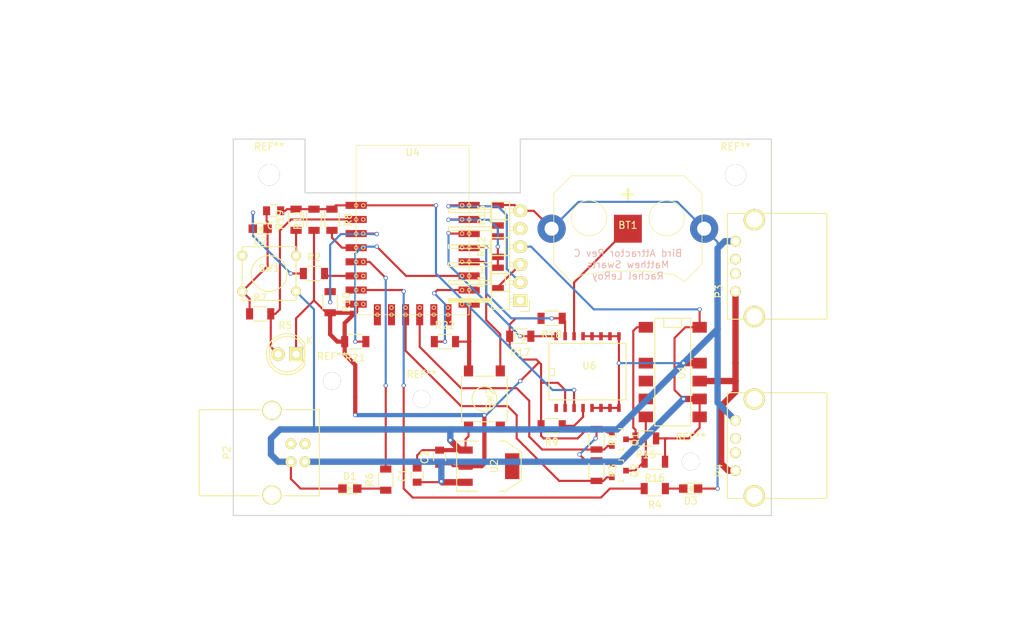
<source format=kicad_pcb>
(kicad_pcb (version 4) (host pcbnew 4.0.4-stable)

  (general
    (links 97)
    (no_connects 8)
    (area 97.004287 37.94 244.625715 127.160001)
    (thickness 1.6)
    (drawings 24)
    (tracks 329)
    (zones 0)
    (modules 45)
    (nets 34)
  )

  (page USLetter)
  (title_block
    (title "Bird Attractor")
    (date 2016-10-24)
    (rev C)
    (company "Matthew Swarts and Rachel LeRoy")
    (comment 1 "MIT License")
  )

  (layers
    (0 F.Cu signal)
    (31 B.Cu signal)
    (32 B.Adhes user)
    (33 F.Adhes user)
    (34 B.Paste user)
    (35 F.Paste user)
    (36 B.SilkS user)
    (37 F.SilkS user)
    (38 B.Mask user)
    (39 F.Mask user)
    (40 Dwgs.User user)
    (41 Cmts.User user)
    (42 Eco1.User user)
    (43 Eco2.User user)
    (44 Edge.Cuts user)
    (45 Margin user)
    (46 B.CrtYd user)
    (47 F.CrtYd user)
    (48 B.Fab user)
    (49 F.Fab user)
  )

  (setup
    (last_trace_width 0.3)
    (user_trace_width 0.6)
    (user_trace_width 0.9)
    (trace_clearance 0.2)
    (zone_clearance 0.508)
    (zone_45_only no)
    (trace_min 0.2)
    (segment_width 0.2)
    (edge_width 0.15)
    (via_size 0.6)
    (via_drill 0.4)
    (via_min_size 0.4)
    (via_min_drill 0.3)
    (uvia_size 0.3)
    (uvia_drill 0.1)
    (uvias_allowed no)
    (uvia_min_size 0.2)
    (uvia_min_drill 0.1)
    (pcb_text_width 0.3)
    (pcb_text_size 1.5 1.5)
    (mod_edge_width 0.15)
    (mod_text_size 1 1)
    (mod_text_width 0.15)
    (pad_size 1.7272 1.7272)
    (pad_drill 1.016)
    (pad_to_mask_clearance 0.2)
    (aux_axis_origin 0 0)
    (visible_elements 7FFFFFFF)
    (pcbplotparams
      (layerselection 0x010f0_80000001)
      (usegerberextensions true)
      (excludeedgelayer true)
      (linewidth 0.100000)
      (plotframeref false)
      (viasonmask false)
      (mode 1)
      (useauxorigin false)
      (hpglpennumber 1)
      (hpglpenspeed 20)
      (hpglpendiameter 15)
      (hpglpenoverlay 2)
      (psnegative false)
      (psa4output false)
      (plotreference true)
      (plotvalue true)
      (plotinvisibletext false)
      (padsonsilk false)
      (subtractmaskfromsilk false)
      (outputformat 1)
      (mirror false)
      (drillshape 0)
      (scaleselection 1)
      (outputdirectory gerbers/))
  )

  (net 0 "")
  (net 1 GND)
  (net 2 5V_IN)
  (net 3 "Net-(P2-Pad5)")
  (net 4 5V_OUT)
  (net 5 "Net-(P3-Pad5)")
  (net 6 "Net-(P4-Pad5)")
  (net 7 V33)
  (net 8 VBAT)
  (net 9 "Net-(D1-Pad2)")
  (net 10 "Net-(D2-Pad2)")
  (net 11 "Net-(D3-Pad2)")
  (net 12 TX)
  (net 13 RX)
  (net 14 RELAY_OFF33)
  (net 15 RELAY_OFF)
  (net 16 RELAY_ON33)
  (net 17 RELAY_ON)
  (net 18 LED_5V_IN)
  (net 19 LED_5V_OUT)
  (net 20 ADC)
  (net 21 LED_WIFI)
  (net 22 "Net-(R9-Pad1)")
  (net 23 CH_PD)
  (net 24 RX33)
  (net 25 "Net-(R12-Pad2)")
  (net 26 PROGRAM)
  (net 27 SDA)
  (net 28 SCL)
  (net 29 ALARM_WAKE)
  (net 30 DEEP_SLEEP_WAKE)
  (net 31 "Net-(R19-Pad1)")
  (net 32 "Net-(R21-Pad1)")
  (net 33 "Net-(R22-Pad1)")

  (net_class Default "This is the default net class."
    (clearance 0.2)
    (trace_width 0.3)
    (via_dia 0.6)
    (via_drill 0.4)
    (uvia_dia 0.3)
    (uvia_drill 0.1)
    (add_net 5V_IN)
    (add_net 5V_OUT)
    (add_net ADC)
    (add_net ALARM_WAKE)
    (add_net CH_PD)
    (add_net DEEP_SLEEP_WAKE)
    (add_net GND)
    (add_net LED_5V_IN)
    (add_net LED_5V_OUT)
    (add_net LED_WIFI)
    (add_net "Net-(D1-Pad2)")
    (add_net "Net-(D2-Pad2)")
    (add_net "Net-(D3-Pad2)")
    (add_net "Net-(P2-Pad5)")
    (add_net "Net-(P3-Pad5)")
    (add_net "Net-(P4-Pad5)")
    (add_net "Net-(R12-Pad2)")
    (add_net "Net-(R19-Pad1)")
    (add_net "Net-(R21-Pad1)")
    (add_net "Net-(R22-Pad1)")
    (add_net "Net-(R9-Pad1)")
    (add_net PROGRAM)
    (add_net RELAY_OFF)
    (add_net RELAY_OFF33)
    (add_net RELAY_ON)
    (add_net RELAY_ON33)
    (add_net RX)
    (add_net RX33)
    (add_net SCL)
    (add_net SDA)
    (add_net TX)
    (add_net V33)
    (add_net VBAT)
  )

  (module Mounting_Holes:MountingHole_2-5mm (layer F.Cu) (tedit 0) (tstamp 581F802F)
    (at 143.51 91.44)
    (descr "Mounting hole, Befestigungsbohrung, 2,5mm, No Annular, Kein Restring,")
    (tags "Mounting hole, Befestigungsbohrung, 2,5mm, No Annular, Kein Restring,")
    (fp_text reference REF** (at 0 -3.50012) (layer F.SilkS)
      (effects (font (size 1 1) (thickness 0.15)))
    )
    (fp_text value MountingHole_2-5mm (at 0.09906 3.59918) (layer F.Fab)
      (effects (font (size 1 1) (thickness 0.15)))
    )
    (fp_circle (center 0 0) (end 2.5 0) (layer Cmts.User) (width 0.381))
    (pad 1 thru_hole circle (at 0 0) (size 2.5 2.5) (drill 2.5) (layers))
  )

  (module Mounting_Holes:MountingHole_2-5mm (layer F.Cu) (tedit 0) (tstamp 581F8028)
    (at 156.21 93.98)
    (descr "Mounting hole, Befestigungsbohrung, 2,5mm, No Annular, Kein Restring,")
    (tags "Mounting hole, Befestigungsbohrung, 2,5mm, No Annular, Kein Restring,")
    (fp_text reference REF** (at 0 -3.50012) (layer F.SilkS)
      (effects (font (size 1 1) (thickness 0.15)))
    )
    (fp_text value MountingHole_2-5mm (at 0.09906 3.59918) (layer F.Fab)
      (effects (font (size 1 1) (thickness 0.15)))
    )
    (fp_circle (center 0 0) (end 2.5 0) (layer Cmts.User) (width 0.381))
    (pad 1 thru_hole circle (at 0 0) (size 2.5 2.5) (drill 2.5) (layers))
  )

  (module Mounting_Holes:MountingHole_2-5mm (layer F.Cu) (tedit 0) (tstamp 581F8015)
    (at 194.31 102.87)
    (descr "Mounting hole, Befestigungsbohrung, 2,5mm, No Annular, Kein Restring,")
    (tags "Mounting hole, Befestigungsbohrung, 2,5mm, No Annular, Kein Restring,")
    (fp_text reference REF** (at 0 -3.50012) (layer F.SilkS)
      (effects (font (size 1 1) (thickness 0.15)))
    )
    (fp_text value MountingHole_2-5mm (at 0.09906 3.59918) (layer F.Fab)
      (effects (font (size 1 1) (thickness 0.15)))
    )
    (fp_circle (center 0 0) (end 2.5 0) (layer Cmts.User) (width 0.381))
    (pad 1 thru_hole circle (at 0 0) (size 2.5 2.5) (drill 2.5) (layers))
  )

  (module MyKiCadParts:BK-913 (layer F.Cu) (tedit 5804E2A0) (tstamp 581570AA)
    (at 185.42 69.85 180)
    (descr http://www.memoryprotectiondevices.com/datasheets/BK-913-datasheet.pdf)
    (tags "CR2032, 20mm, Retainer, Battery")
    (path /56ABED42)
    (fp_text reference BT1 (at 0 0.5 180) (layer F.SilkS)
      (effects (font (size 1 1) (thickness 0.15)))
    )
    (fp_text value "3V Battery" (at 0 -0.5 180) (layer F.Fab)
      (effects (font (size 1 1) (thickness 0.15)))
    )
    (fp_circle (center -5.5 1.5) (end -3 1.5) (layer F.SilkS) (width 0.1))
    (fp_circle (center 5.5 1.5) (end 8 1.5) (layer F.SilkS) (width 0.1))
    (fp_line (start -8 -7.5) (end -6.5 -6.5) (layer F.SilkS) (width 0.1))
    (fp_line (start -6.5 -6.5) (end -2.5 -6) (layer F.SilkS) (width 0.1))
    (fp_line (start -2.5 -6) (end 0 -6) (layer F.SilkS) (width 0.1))
    (fp_line (start 0 -6) (end 2.5 -6) (layer F.SilkS) (width 0.1))
    (fp_line (start 2.5 -6) (end 6.5 -6.5) (layer F.SilkS) (width 0.1))
    (fp_line (start 6.5 -6.5) (end 8 -7.5) (layer F.SilkS) (width 0.1))
    (fp_text user + (at 0 5 180) (layer F.SilkS)
      (effects (font (size 2 2) (thickness 0.3)))
    )
    (fp_line (start 10.5 5) (end 10.5 -5) (layer F.SilkS) (width 0.1))
    (fp_line (start -8 7.5) (end 8 7.5) (layer F.SilkS) (width 0.1))
    (fp_line (start -10.5 -5) (end -10.5 5) (layer F.SilkS) (width 0.1))
    (fp_line (start -10.5 -5) (end -8 -7.5) (layer F.SilkS) (width 0.1))
    (fp_line (start 8 -7.5) (end 10.5 -5) (layer F.SilkS) (width 0.1))
    (fp_line (start 8 7.5) (end 10.5 5) (layer F.SilkS) (width 0.1))
    (fp_line (start -8 7.5) (end -10.5 5) (layer F.SilkS) (width 0.1))
    (pad 2 thru_hole circle (at -10.8 0 180) (size 4 4) (drill 2) (layers *.Cu *.Mask)
      (net 1 GND))
    (pad 1 smd rect (at 0 0 180) (size 3.96 3.96) (layers F.Cu F.Paste F.Mask)
      (net 8 VBAT))
    (pad 2 thru_hole circle (at 10.8 0 180) (size 4 4) (drill 2) (layers *.Cu *.Mask)
      (net 1 GND))
  )

  (module MyKiCadParts:ESP8266-12E-80 (layer F.Cu) (tedit 57EBB223) (tstamp 57FE7B65)
    (at 154.94 66.04)
    (path /57FE5320)
    (fp_text reference U4 (at 0 -7) (layer F.SilkS)
      (effects (font (size 1 1) (thickness 0.15)))
    )
    (fp_text value ESP8266-12E (at 0 -3.5) (layer F.Fab)
      (effects (font (size 1 1) (thickness 0.15)))
    )
    (fp_circle (center 7 0.5) (end 7 0.25) (layer F.SilkS) (width 0.1))
    (fp_circle (center 7 2.5) (end 7 2.25) (layer F.SilkS) (width 0.1))
    (fp_circle (center 7 4.5) (end 7 4.25) (layer F.SilkS) (width 0.1))
    (fp_circle (center 7 6.5) (end 7 6.25) (layer F.SilkS) (width 0.1))
    (fp_circle (center 7 8.5) (end 7 8.25) (layer F.SilkS) (width 0.1))
    (fp_circle (center 7 10.5) (end 7 10.25) (layer F.SilkS) (width 0.1))
    (fp_circle (center 7 12.5) (end 7 12.25) (layer F.SilkS) (width 0.1))
    (fp_circle (center 7 14.5) (end 7 14.25) (layer F.SilkS) (width 0.1))
    (fp_circle (center 5 15) (end 5 14.75) (layer F.SilkS) (width 0.1))
    (fp_circle (center 3 15) (end 3 14.75) (layer F.SilkS) (width 0.1))
    (fp_circle (center 1 15) (end 1 14.75) (layer F.SilkS) (width 0.1))
    (fp_circle (center -1 15) (end -1 14.75) (layer F.SilkS) (width 0.1))
    (fp_circle (center -3 15) (end -3 14.75) (layer F.SilkS) (width 0.1))
    (fp_circle (center -5 15) (end -5 14.75) (layer F.SilkS) (width 0.1))
    (fp_circle (center -7 14.5) (end -7 14.25) (layer F.SilkS) (width 0.1))
    (fp_circle (center -7 12.5) (end -7 12.25) (layer F.SilkS) (width 0.1))
    (fp_circle (center -7 10.5) (end -7 10.25) (layer F.SilkS) (width 0.1))
    (fp_circle (center -7 8.5) (end -7 8.25) (layer F.SilkS) (width 0.1))
    (fp_circle (center -7 6.5) (end -7 6.25) (layer F.SilkS) (width 0.1))
    (fp_circle (center -7 4.5) (end -7 4.25) (layer F.SilkS) (width 0.1))
    (fp_circle (center -7 2.5) (end -7 2.25) (layer F.SilkS) (width 0.1))
    (fp_circle (center -7 0.5) (end -7 0.25) (layer F.SilkS) (width 0.1))
    (fp_circle (center 8 0.5) (end 8.25 0.5) (layer F.SilkS) (width 0.1))
    (fp_circle (center 8 2.5) (end 8.25 2.5) (layer F.SilkS) (width 0.1))
    (fp_circle (center 8 4.5) (end 8.25 4.5) (layer F.SilkS) (width 0.1))
    (fp_circle (center 8 6.5) (end 8.25 6.5) (layer F.SilkS) (width 0.1))
    (fp_circle (center 8 8.5) (end 8.25 8.5) (layer F.SilkS) (width 0.1))
    (fp_circle (center 8 10.5) (end 8.25 10.5) (layer F.SilkS) (width 0.1))
    (fp_circle (center 8 12.5) (end 8.25 12.5) (layer F.SilkS) (width 0.1))
    (fp_circle (center 8 14.5) (end 8.25 14.5) (layer F.SilkS) (width 0.1))
    (fp_circle (center 5 16) (end 5 15.75) (layer F.SilkS) (width 0.1))
    (fp_circle (center 3 16) (end 3 15.75) (layer F.SilkS) (width 0.1))
    (fp_circle (center 1 16) (end 1 15.75) (layer F.SilkS) (width 0.1))
    (fp_circle (center -1 16) (end -1 15.75) (layer F.SilkS) (width 0.1))
    (fp_circle (center -3 16) (end -3 15.75) (layer F.SilkS) (width 0.1))
    (fp_circle (center -5 16) (end -5 15.75) (layer F.SilkS) (width 0.1))
    (fp_circle (center -8 14.5) (end -8 14.25) (layer F.SilkS) (width 0.1))
    (fp_circle (center -8 12.5) (end -8 12.25) (layer F.SilkS) (width 0.1))
    (fp_circle (center -8 10.5) (end -8 10.25) (layer F.SilkS) (width 0.1))
    (fp_circle (center -8 8.5) (end -8 8.25) (layer F.SilkS) (width 0.1))
    (fp_circle (center -8 6.5) (end -8 6.25) (layer F.SilkS) (width 0.1))
    (fp_circle (center -8 4.5) (end -8 4.25) (layer F.SilkS) (width 0.1))
    (fp_circle (center -8 2.5) (end -8 2.25) (layer F.SilkS) (width 0.1))
    (fp_circle (center -8 0.5) (end -8 0.25) (layer F.SilkS) (width 0.1))
    (fp_line (start -8 -8) (end 8 -8) (layer F.SilkS) (width 0.1))
    (fp_line (start 8 -8) (end 8 16) (layer F.SilkS) (width 0.1))
    (fp_line (start 8 16) (end -8 16) (layer F.SilkS) (width 0.1))
    (fp_line (start -8 16) (end -8 -8) (layer F.SilkS) (width 0.1))
    (pad 14 smd rect (at 5 16 90) (size 3 1) (layers F.Cu F.Paste F.Mask))
    (pad 13 smd rect (at 3 16 90) (size 3 1) (layers F.Cu F.Paste F.Mask))
    (pad 12 smd rect (at 1 16 90) (size 3 1) (layers F.Cu F.Paste F.Mask)
      (net 14 RELAY_OFF33))
    (pad 11 smd rect (at -1 16 90) (size 3 1) (layers F.Cu F.Paste F.Mask)
      (net 16 RELAY_ON33))
    (pad 10 smd rect (at -3 16 90) (size 3 1) (layers F.Cu F.Paste F.Mask))
    (pad 9 smd rect (at -5 16 90) (size 3 1) (layers F.Cu F.Paste F.Mask))
    (pad 1 smd rect (at -8 0.5) (size 3 1) (layers F.Cu F.Paste F.Mask)
      (net 29 ALARM_WAKE))
    (pad 2 smd rect (at -8 2.5) (size 3 1) (layers F.Cu F.Paste F.Mask)
      (net 20 ADC))
    (pad 3 smd rect (at -8 4.5) (size 3 1) (layers F.Cu F.Paste F.Mask)
      (net 23 CH_PD))
    (pad 4 smd rect (at -8 6.5) (size 3 1) (layers F.Cu F.Paste F.Mask)
      (net 30 DEEP_SLEEP_WAKE))
    (pad 5 smd rect (at -8 8.5) (size 3 1) (layers F.Cu F.Paste F.Mask)
      (net 21 LED_WIFI))
    (pad 6 smd rect (at -8 10.5) (size 3 1) (layers F.Cu F.Paste F.Mask)
      (net 18 LED_5V_IN))
    (pad 7 smd rect (at -8 12.5) (size 3 1) (layers F.Cu F.Paste F.Mask)
      (net 19 LED_5V_OUT))
    (pad 8 smd rect (at -8 14.5) (size 3 1) (layers F.Cu F.Paste F.Mask)
      (net 7 V33))
    (pad 15 smd rect (at 8 14.5) (size 3 1) (layers F.Cu F.Paste F.Mask)
      (net 1 GND))
    (pad 16 smd rect (at 8 12.5) (size 3 1) (layers F.Cu F.Paste F.Mask)
      (net 33 "Net-(R22-Pad1)"))
    (pad 17 smd rect (at 8 10.5) (size 3 1) (layers F.Cu F.Paste F.Mask)
      (net 32 "Net-(R21-Pad1)"))
    (pad 18 smd rect (at 8 8.5) (size 3 1) (layers F.Cu F.Paste F.Mask)
      (net 26 PROGRAM))
    (pad 19 smd rect (at 8 6.5) (size 3 1) (layers F.Cu F.Paste F.Mask)
      (net 27 SDA))
    (pad 20 smd rect (at 8 4.5) (size 3 1) (layers F.Cu F.Paste F.Mask)
      (net 28 SCL))
    (pad 21 smd rect (at 8 2.5) (size 3 1) (layers F.Cu F.Paste F.Mask)
      (net 24 RX33))
    (pad 22 smd rect (at 8 0.5) (size 3 1) (layers F.Cu F.Paste F.Mask)
      (net 12 TX))
  )

  (module MyKiCadParts:DIP-12-SMD (layer F.Cu) (tedit 56AD2EFA) (tstamp 56B93F7A)
    (at 187.96 83.82 270)
    (tags "smd ")
    (path /56AD22E7)
    (attr smd)
    (fp_text reference U1 (at 6.35 -5.08 270) (layer F.SilkS)
      (effects (font (size 1 1) (thickness 0.15)))
    )
    (fp_text value PR_Relay_V23079 (at 6.35 -2.54 270) (layer F.Fab)
      (effects (font (size 1 1) (thickness 0.15)))
    )
    (fp_line (start -1.27 -6.35) (end 13.97 -6.35) (layer F.SilkS) (width 0.15))
    (fp_line (start 13.97 -6.35) (end 13.97 -1.27) (layer F.SilkS) (width 0.15))
    (fp_line (start 13.97 -1.27) (end -1.27 -1.27) (layer F.SilkS) (width 0.15))
    (fp_line (start -1.27 -6.35) (end -1.27 -1.27) (layer F.SilkS) (width 0.15))
    (fp_line (start -1.27 -5.08) (end 0 -5.08) (layer F.SilkS) (width 0.15))
    (fp_line (start 0 -5.08) (end 0 -2.54) (layer F.SilkS) (width 0.15))
    (fp_line (start 0 -2.54) (end -1.27 -2.54) (layer F.SilkS) (width 0.15))
    (pad 9 smd rect (at 7.62 -7.62 270) (size 1.524 2.032) (layers F.Cu F.Paste F.Mask)
      (net 4 5V_OUT))
    (pad 8 smd rect (at 10.16 -7.62 270) (size 1.524 2.032) (layers F.Cu F.Paste F.Mask)
      (net 2 5V_IN))
    (pad 7 smd rect (at 12.7 -7.62 270) (size 1.524 2.032) (layers F.Cu F.Paste F.Mask)
      (net 2 5V_IN))
    (pad 6 smd rect (at 12.7 0 270) (size 1.524 2.032) (layers F.Cu F.Paste F.Mask)
      (net 17 RELAY_ON))
    (pad 5 smd rect (at 10.16 0 270) (size 1.524 2.032) (layers F.Cu F.Paste F.Mask))
    (pad 4 smd rect (at 7.62 0 270) (size 1.524 2.032) (layers F.Cu F.Paste F.Mask))
    (pad 1 smd rect (at 0 0 270) (size 1.524 2.032) (layers F.Cu F.Paste F.Mask)
      (net 15 RELAY_OFF))
    (pad 3 smd rect (at 5.08 0 270) (size 1.524 2.032) (layers F.Cu F.Paste F.Mask))
    (pad 10 smd rect (at 5.08 -7.62 270) (size 1.524 2.032) (layers F.Cu F.Paste F.Mask)
      (net 1 GND))
    (pad 12 smd rect (at 0 -7.62 270) (size 1.524 2.032) (layers F.Cu F.Paste F.Mask)
      (net 2 5V_IN))
  )

  (module Resistors_SMD:R_1206 (layer F.Cu) (tedit 5415CFA7) (tstamp 56B93F25)
    (at 180.975 99.695 270)
    (descr "Resistor SMD 1206, reflow soldering, Vishay (see dcrcw.pdf)")
    (tags "resistor 1206")
    (path /56ABEC73)
    (attr smd)
    (fp_text reference R1 (at 0 -2.3 270) (layer F.SilkS)
      (effects (font (size 1 1) (thickness 0.15)))
    )
    (fp_text value 10K (at 0 2.3 270) (layer F.Fab)
      (effects (font (size 1 1) (thickness 0.15)))
    )
    (fp_line (start -2.2 -1.2) (end 2.2 -1.2) (layer F.CrtYd) (width 0.05))
    (fp_line (start -2.2 1.2) (end 2.2 1.2) (layer F.CrtYd) (width 0.05))
    (fp_line (start -2.2 -1.2) (end -2.2 1.2) (layer F.CrtYd) (width 0.05))
    (fp_line (start 2.2 -1.2) (end 2.2 1.2) (layer F.CrtYd) (width 0.05))
    (fp_line (start 1 1.075) (end -1 1.075) (layer F.SilkS) (width 0.15))
    (fp_line (start -1 -1.075) (end 1 -1.075) (layer F.SilkS) (width 0.15))
    (pad 1 smd rect (at -1.45 0 270) (size 0.9 1.7) (layers F.Cu F.Paste F.Mask)
      (net 7 V33))
    (pad 2 smd rect (at 1.45 0 270) (size 0.9 1.7) (layers F.Cu F.Paste F.Mask)
      (net 14 RELAY_OFF33))
    (model Resistors_SMD.3dshapes/R_1206.wrl
      (at (xyz 0 0 0))
      (scale (xyz 1 1 1))
      (rotate (xyz 0 0 0))
    )
  )

  (module Resistors_SMD:R_1206 (layer F.Cu) (tedit 5415CFA7) (tstamp 56B93F3D)
    (at 180.975 104.14 270)
    (descr "Resistor SMD 1206, reflow soldering, Vishay (see dcrcw.pdf)")
    (tags "resistor 1206")
    (path /58024414)
    (attr smd)
    (fp_text reference R3 (at 0 -2.3 270) (layer F.SilkS)
      (effects (font (size 1 1) (thickness 0.15)))
    )
    (fp_text value 10K (at 0 2.3 270) (layer F.Fab)
      (effects (font (size 1 1) (thickness 0.15)))
    )
    (fp_line (start -2.2 -1.2) (end 2.2 -1.2) (layer F.CrtYd) (width 0.05))
    (fp_line (start -2.2 1.2) (end 2.2 1.2) (layer F.CrtYd) (width 0.05))
    (fp_line (start -2.2 -1.2) (end -2.2 1.2) (layer F.CrtYd) (width 0.05))
    (fp_line (start 2.2 -1.2) (end 2.2 1.2) (layer F.CrtYd) (width 0.05))
    (fp_line (start 1 1.075) (end -1 1.075) (layer F.SilkS) (width 0.15))
    (fp_line (start -1 -1.075) (end 1 -1.075) (layer F.SilkS) (width 0.15))
    (pad 1 smd rect (at -1.45 0 270) (size 0.9 1.7) (layers F.Cu F.Paste F.Mask)
      (net 7 V33))
    (pad 2 smd rect (at 1.45 0 270) (size 0.9 1.7) (layers F.Cu F.Paste F.Mask)
      (net 16 RELAY_ON33))
    (model Resistors_SMD.3dshapes/R_1206.wrl
      (at (xyz 0 0 0))
      (scale (xyz 1 1 1))
      (rotate (xyz 0 0 0))
    )
  )

  (module LEDs:LED-0805 (layer F.Cu) (tedit 55BDE1C2) (tstamp 57FE7B12)
    (at 146.05 106.68)
    (descr "LED 0805 smd package")
    (tags "LED 0805 SMD")
    (path /57FE73F9)
    (attr smd)
    (fp_text reference D1 (at 0 -1.75) (layer F.SilkS)
      (effects (font (size 1 1) (thickness 0.15)))
    )
    (fp_text value LED (at 0 1.75) (layer F.Fab)
      (effects (font (size 1 1) (thickness 0.15)))
    )
    (fp_line (start -1.6 0.75) (end 1.1 0.75) (layer F.SilkS) (width 0.15))
    (fp_line (start -1.6 -0.75) (end 1.1 -0.75) (layer F.SilkS) (width 0.15))
    (fp_line (start -0.1 0.15) (end -0.1 -0.1) (layer F.SilkS) (width 0.15))
    (fp_line (start -0.1 -0.1) (end -0.25 0.05) (layer F.SilkS) (width 0.15))
    (fp_line (start -0.35 -0.35) (end -0.35 0.35) (layer F.SilkS) (width 0.15))
    (fp_line (start 0 0) (end 0.35 0) (layer F.SilkS) (width 0.15))
    (fp_line (start -0.35 0) (end 0 -0.35) (layer F.SilkS) (width 0.15))
    (fp_line (start 0 -0.35) (end 0 0.35) (layer F.SilkS) (width 0.15))
    (fp_line (start 0 0.35) (end -0.35 0) (layer F.SilkS) (width 0.15))
    (fp_line (start 1.9 -0.95) (end 1.9 0.95) (layer F.CrtYd) (width 0.05))
    (fp_line (start 1.9 0.95) (end -1.9 0.95) (layer F.CrtYd) (width 0.05))
    (fp_line (start -1.9 0.95) (end -1.9 -0.95) (layer F.CrtYd) (width 0.05))
    (fp_line (start -1.9 -0.95) (end 1.9 -0.95) (layer F.CrtYd) (width 0.05))
    (pad 2 smd rect (at 1.04902 0 180) (size 1.19888 1.19888) (layers F.Cu F.Paste F.Mask)
      (net 9 "Net-(D1-Pad2)"))
    (pad 1 smd rect (at -1.04902 0 180) (size 1.19888 1.19888) (layers F.Cu F.Paste F.Mask)
      (net 1 GND))
    (model LEDs.3dshapes/LED-0805.wrl
      (at (xyz 0 0 0))
      (scale (xyz 1 1 1))
      (rotate (xyz 0 0 0))
    )
  )

  (module Connect:USB_B (layer F.Cu) (tedit 55B36073) (tstamp 57FE7B1C)
    (at 139.7 102.87 180)
    (descr "USB B connector")
    (tags "USB_B USB_DEV")
    (path /57FE5369)
    (fp_text reference P2 (at 11.049 1.27 270) (layer F.SilkS)
      (effects (font (size 1 1) (thickness 0.15)))
    )
    (fp_text value USB_B (at 4.699 1.27 270) (layer F.Fab)
      (effects (font (size 1 1) (thickness 0.15)))
    )
    (fp_line (start 15.25 8.9) (end -2.3 8.9) (layer F.CrtYd) (width 0.05))
    (fp_line (start -2.3 8.9) (end -2.3 -6.35) (layer F.CrtYd) (width 0.05))
    (fp_line (start -2.3 -6.35) (end 15.25 -6.35) (layer F.CrtYd) (width 0.05))
    (fp_line (start 15.25 -6.35) (end 15.25 8.9) (layer F.CrtYd) (width 0.05))
    (fp_line (start 6.35 7.366) (end 14.986 7.366) (layer F.SilkS) (width 0.15))
    (fp_line (start -2.032 7.366) (end 3.048 7.366) (layer F.SilkS) (width 0.15))
    (fp_line (start 6.35 -4.826) (end 14.986 -4.826) (layer F.SilkS) (width 0.15))
    (fp_line (start -2.032 -4.826) (end 3.048 -4.826) (layer F.SilkS) (width 0.15))
    (fp_line (start 14.986 -4.826) (end 14.986 7.366) (layer F.SilkS) (width 0.15))
    (fp_line (start -2.032 7.366) (end -2.032 -4.826) (layer F.SilkS) (width 0.15))
    (pad 2 thru_hole circle (at 0 2.54 90) (size 1.524 1.524) (drill 0.8128) (layers *.Cu *.Mask F.SilkS))
    (pad 1 thru_hole circle (at 0 0 90) (size 1.524 1.524) (drill 0.8128) (layers *.Cu *.Mask F.SilkS)
      (net 2 5V_IN))
    (pad 4 thru_hole circle (at 1.99898 0 90) (size 1.524 1.524) (drill 0.8128) (layers *.Cu *.Mask F.SilkS)
      (net 1 GND))
    (pad 3 thru_hole circle (at 1.99898 2.54 90) (size 1.524 1.524) (drill 0.8128) (layers *.Cu *.Mask F.SilkS))
    (pad 5 thru_hole circle (at 4.699 7.26948 90) (size 2.70002 2.70002) (drill 2.30124) (layers *.Cu *.Mask F.SilkS)
      (net 3 "Net-(P2-Pad5)"))
    (pad 5 thru_hole circle (at 4.699 -4.72948 90) (size 2.70002 2.70002) (drill 2.30124) (layers *.Cu *.Mask F.SilkS)
      (net 3 "Net-(P2-Pad5)"))
    (model Connect.3dshapes/USB_B.wrl
      (at (xyz 0.185 -0.05 0.001))
      (scale (xyz 0.3937 0.3937 0.3937))
      (rotate (xyz 0 0 -90))
    )
  )

  (module Connect:USB_A (layer F.Cu) (tedit 5543E289) (tstamp 57FE7B26)
    (at 200.66 78.74 90)
    (descr "USB A connector")
    (tags "USB USB_A")
    (path /57FE56DE)
    (fp_text reference P3 (at 0 -2.35 90) (layer F.SilkS)
      (effects (font (size 1 1) (thickness 0.15)))
    )
    (fp_text value USB_A (at 3.83794 7.43458 90) (layer F.Fab)
      (effects (font (size 1 1) (thickness 0.15)))
    )
    (fp_line (start -5.3 13.2) (end -5.3 -1.4) (layer F.CrtYd) (width 0.05))
    (fp_line (start 11.95 -1.4) (end 11.95 13.2) (layer F.CrtYd) (width 0.05))
    (fp_line (start -5.3 13.2) (end 11.95 13.2) (layer F.CrtYd) (width 0.05))
    (fp_line (start -5.3 -1.4) (end 11.95 -1.4) (layer F.CrtYd) (width 0.05))
    (fp_line (start 11.04986 -1.14512) (end 11.04986 12.95188) (layer F.SilkS) (width 0.15))
    (fp_line (start -3.93614 12.95188) (end -3.93614 -1.14512) (layer F.SilkS) (width 0.15))
    (fp_line (start 11.04986 -1.14512) (end -3.93614 -1.14512) (layer F.SilkS) (width 0.15))
    (fp_line (start 11.04986 12.95188) (end -3.93614 12.95188) (layer F.SilkS) (width 0.15))
    (pad 4 thru_hole circle (at 7.11286 -0.00212) (size 1.50114 1.50114) (drill 1.00076) (layers *.Cu *.Mask F.SilkS)
      (net 1 GND))
    (pad 3 thru_hole circle (at 4.57286 -0.00212) (size 1.50114 1.50114) (drill 1.00076) (layers *.Cu *.Mask F.SilkS))
    (pad 2 thru_hole circle (at 2.54086 -0.00212) (size 1.50114 1.50114) (drill 1.00076) (layers *.Cu *.Mask F.SilkS))
    (pad 1 thru_hole circle (at 0.00086 -0.00212) (size 1.50114 1.50114) (drill 1.00076) (layers *.Cu *.Mask F.SilkS)
      (net 4 5V_OUT))
    (pad 5 thru_hole circle (at 10.16086 2.66488) (size 2.99974 2.99974) (drill 2.30124) (layers *.Cu *.Mask F.SilkS)
      (net 5 "Net-(P3-Pad5)"))
    (pad 5 thru_hole circle (at -3.55514 2.66488) (size 2.99974 2.99974) (drill 2.30124) (layers *.Cu *.Mask F.SilkS)
      (net 5 "Net-(P3-Pad5)"))
    (model Connect.3dshapes/USB_A.wrl
      (at (xyz 0.14 0 0))
      (scale (xyz 1 1 1))
      (rotate (xyz 0 0 90))
    )
  )

  (module TO_SOT_Packages_SMD:SOT-23 (layer F.Cu) (tedit 553634F8) (tstamp 57FE7B2D)
    (at 184.15 99.695 270)
    (descr "SOT-23, Standard")
    (tags SOT-23)
    (path /57FE739A)
    (attr smd)
    (fp_text reference Q1 (at 0 -2.25 270) (layer F.SilkS)
      (effects (font (size 1 1) (thickness 0.15)))
    )
    (fp_text value BSS138 (at 0 2.3 270) (layer F.Fab)
      (effects (font (size 1 1) (thickness 0.15)))
    )
    (fp_line (start -1.65 -1.6) (end 1.65 -1.6) (layer F.CrtYd) (width 0.05))
    (fp_line (start 1.65 -1.6) (end 1.65 1.6) (layer F.CrtYd) (width 0.05))
    (fp_line (start 1.65 1.6) (end -1.65 1.6) (layer F.CrtYd) (width 0.05))
    (fp_line (start -1.65 1.6) (end -1.65 -1.6) (layer F.CrtYd) (width 0.05))
    (fp_line (start 1.29916 -0.65024) (end 1.2509 -0.65024) (layer F.SilkS) (width 0.15))
    (fp_line (start -1.49982 0.0508) (end -1.49982 -0.65024) (layer F.SilkS) (width 0.15))
    (fp_line (start -1.49982 -0.65024) (end -1.2509 -0.65024) (layer F.SilkS) (width 0.15))
    (fp_line (start 1.29916 -0.65024) (end 1.49982 -0.65024) (layer F.SilkS) (width 0.15))
    (fp_line (start 1.49982 -0.65024) (end 1.49982 0.0508) (layer F.SilkS) (width 0.15))
    (pad 1 smd rect (at -0.95 1.00076 270) (size 0.8001 0.8001) (layers F.Cu F.Paste F.Mask)
      (net 7 V33))
    (pad 2 smd rect (at 0.95 1.00076 270) (size 0.8001 0.8001) (layers F.Cu F.Paste F.Mask)
      (net 14 RELAY_OFF33))
    (pad 3 smd rect (at 0 -0.99822 270) (size 0.8001 0.8001) (layers F.Cu F.Paste F.Mask)
      (net 15 RELAY_OFF))
    (model TO_SOT_Packages_SMD.3dshapes/SOT-23.wrl
      (at (xyz 0 0 0))
      (scale (xyz 1 1 1))
      (rotate (xyz 0 0 0))
    )
  )

  (module TO_SOT_Packages_SMD:SOT-23 (layer F.Cu) (tedit 553634F8) (tstamp 57FE7B34)
    (at 184.15 104.14 270)
    (descr "SOT-23, Standard")
    (tags SOT-23)
    (path /57FE9072)
    (attr smd)
    (fp_text reference Q2 (at 0 -2.25 270) (layer F.SilkS)
      (effects (font (size 1 1) (thickness 0.15)))
    )
    (fp_text value BSS138 (at 0 2.3 270) (layer F.Fab)
      (effects (font (size 1 1) (thickness 0.15)))
    )
    (fp_line (start -1.65 -1.6) (end 1.65 -1.6) (layer F.CrtYd) (width 0.05))
    (fp_line (start 1.65 -1.6) (end 1.65 1.6) (layer F.CrtYd) (width 0.05))
    (fp_line (start 1.65 1.6) (end -1.65 1.6) (layer F.CrtYd) (width 0.05))
    (fp_line (start -1.65 1.6) (end -1.65 -1.6) (layer F.CrtYd) (width 0.05))
    (fp_line (start 1.29916 -0.65024) (end 1.2509 -0.65024) (layer F.SilkS) (width 0.15))
    (fp_line (start -1.49982 0.0508) (end -1.49982 -0.65024) (layer F.SilkS) (width 0.15))
    (fp_line (start -1.49982 -0.65024) (end -1.2509 -0.65024) (layer F.SilkS) (width 0.15))
    (fp_line (start 1.29916 -0.65024) (end 1.49982 -0.65024) (layer F.SilkS) (width 0.15))
    (fp_line (start 1.49982 -0.65024) (end 1.49982 0.0508) (layer F.SilkS) (width 0.15))
    (pad 1 smd rect (at -0.95 1.00076 270) (size 0.8001 0.8001) (layers F.Cu F.Paste F.Mask)
      (net 7 V33))
    (pad 2 smd rect (at 0.95 1.00076 270) (size 0.8001 0.8001) (layers F.Cu F.Paste F.Mask)
      (net 16 RELAY_ON33))
    (pad 3 smd rect (at 0 -0.99822 270) (size 0.8001 0.8001) (layers F.Cu F.Paste F.Mask)
      (net 17 RELAY_ON))
    (model TO_SOT_Packages_SMD.3dshapes/SOT-23.wrl
      (at (xyz 0 0 0))
      (scale (xyz 1 1 1))
      (rotate (xyz 0 0 0))
    )
  )

  (module Connect:USB_A (layer F.Cu) (tedit 5543E289) (tstamp 57FE7C68)
    (at 200.66 104.14 90)
    (descr "USB A connector")
    (tags "USB USB_A")
    (path /57FEA640)
    (fp_text reference P4 (at 0 -2.35 90) (layer F.SilkS)
      (effects (font (size 1 1) (thickness 0.15)))
    )
    (fp_text value USB_A (at 3.83794 7.43458 90) (layer F.Fab)
      (effects (font (size 1 1) (thickness 0.15)))
    )
    (fp_line (start -5.3 13.2) (end -5.3 -1.4) (layer F.CrtYd) (width 0.05))
    (fp_line (start 11.95 -1.4) (end 11.95 13.2) (layer F.CrtYd) (width 0.05))
    (fp_line (start -5.3 13.2) (end 11.95 13.2) (layer F.CrtYd) (width 0.05))
    (fp_line (start -5.3 -1.4) (end 11.95 -1.4) (layer F.CrtYd) (width 0.05))
    (fp_line (start 11.04986 -1.14512) (end 11.04986 12.95188) (layer F.SilkS) (width 0.15))
    (fp_line (start -3.93614 12.95188) (end -3.93614 -1.14512) (layer F.SilkS) (width 0.15))
    (fp_line (start 11.04986 -1.14512) (end -3.93614 -1.14512) (layer F.SilkS) (width 0.15))
    (fp_line (start 11.04986 12.95188) (end -3.93614 12.95188) (layer F.SilkS) (width 0.15))
    (pad 4 thru_hole circle (at 7.11286 -0.00212) (size 1.50114 1.50114) (drill 1.00076) (layers *.Cu *.Mask F.SilkS)
      (net 1 GND))
    (pad 3 thru_hole circle (at 4.57286 -0.00212) (size 1.50114 1.50114) (drill 1.00076) (layers *.Cu *.Mask F.SilkS))
    (pad 2 thru_hole circle (at 2.54086 -0.00212) (size 1.50114 1.50114) (drill 1.00076) (layers *.Cu *.Mask F.SilkS))
    (pad 1 thru_hole circle (at 0.00086 -0.00212) (size 1.50114 1.50114) (drill 1.00076) (layers *.Cu *.Mask F.SilkS)
      (net 4 5V_OUT))
    (pad 5 thru_hole circle (at 10.16086 2.66488) (size 2.99974 2.99974) (drill 2.30124) (layers *.Cu *.Mask F.SilkS)
      (net 6 "Net-(P4-Pad5)"))
    (pad 5 thru_hole circle (at -3.55514 2.66488) (size 2.99974 2.99974) (drill 2.30124) (layers *.Cu *.Mask F.SilkS)
      (net 6 "Net-(P4-Pad5)"))
    (model Connect.3dshapes/USB_A.wrl
      (at (xyz 0.14 0 0))
      (scale (xyz 1 1 1))
      (rotate (xyz 0 0 90))
    )
  )

  (module Capacitors_SMD:C_0805 (layer F.Cu) (tedit 5415D6EA) (tstamp 580199F8)
    (at 155.575 104.775 90)
    (descr "Capacitor SMD 0805, reflow soldering, AVX (see smccp.pdf)")
    (tags "capacitor 0805")
    (path /58013CF1)
    (attr smd)
    (fp_text reference C1 (at 0 -2.1 90) (layer F.SilkS)
      (effects (font (size 1 1) (thickness 0.15)))
    )
    (fp_text value 10uF (at 0 2.1 90) (layer F.Fab)
      (effects (font (size 1 1) (thickness 0.15)))
    )
    (fp_line (start -1.8 -1) (end 1.8 -1) (layer F.CrtYd) (width 0.05))
    (fp_line (start -1.8 1) (end 1.8 1) (layer F.CrtYd) (width 0.05))
    (fp_line (start -1.8 -1) (end -1.8 1) (layer F.CrtYd) (width 0.05))
    (fp_line (start 1.8 -1) (end 1.8 1) (layer F.CrtYd) (width 0.05))
    (fp_line (start 0.5 -0.85) (end -0.5 -0.85) (layer F.SilkS) (width 0.15))
    (fp_line (start -0.5 0.85) (end 0.5 0.85) (layer F.SilkS) (width 0.15))
    (pad 1 smd rect (at -1 0 90) (size 1 1.25) (layers F.Cu F.Paste F.Mask)
      (net 2 5V_IN))
    (pad 2 smd rect (at 1 0 90) (size 1 1.25) (layers F.Cu F.Paste F.Mask)
      (net 1 GND))
    (model Capacitors_SMD.3dshapes/C_0805.wrl
      (at (xyz 0 0 0))
      (scale (xyz 1 1 1))
      (rotate (xyz 0 0 0))
    )
  )

  (module Capacitors_SMD:C_0805 (layer F.Cu) (tedit 5415D6EA) (tstamp 580199FE)
    (at 158.75 102.235 90)
    (descr "Capacitor SMD 0805, reflow soldering, AVX (see smccp.pdf)")
    (tags "capacitor 0805")
    (path /58013FD5)
    (attr smd)
    (fp_text reference C2 (at 0 -2.1 90) (layer F.SilkS)
      (effects (font (size 1 1) (thickness 0.15)))
    )
    (fp_text value 10uF (at 0 2.1 90) (layer F.Fab)
      (effects (font (size 1 1) (thickness 0.15)))
    )
    (fp_line (start -1.8 -1) (end 1.8 -1) (layer F.CrtYd) (width 0.05))
    (fp_line (start -1.8 1) (end 1.8 1) (layer F.CrtYd) (width 0.05))
    (fp_line (start -1.8 -1) (end -1.8 1) (layer F.CrtYd) (width 0.05))
    (fp_line (start 1.8 -1) (end 1.8 1) (layer F.CrtYd) (width 0.05))
    (fp_line (start 0.5 -0.85) (end -0.5 -0.85) (layer F.SilkS) (width 0.15))
    (fp_line (start -0.5 0.85) (end 0.5 0.85) (layer F.SilkS) (width 0.15))
    (pad 1 smd rect (at -1 0 90) (size 1 1.25) (layers F.Cu F.Paste F.Mask)
      (net 7 V33))
    (pad 2 smd rect (at 1 0 90) (size 1 1.25) (layers F.Cu F.Paste F.Mask)
      (net 1 GND))
    (model Capacitors_SMD.3dshapes/C_0805.wrl
      (at (xyz 0 0 0))
      (scale (xyz 1 1 1))
      (rotate (xyz 0 0 0))
    )
  )

  (module LEDs:LED-0805 (layer F.Cu) (tedit 55BDE1C2) (tstamp 58019A04)
    (at 133.35 69.85 180)
    (descr "LED 0805 smd package")
    (tags "LED 0805 SMD")
    (path /5801A77C)
    (attr smd)
    (fp_text reference D2 (at 0 -1.75 180) (layer F.SilkS)
      (effects (font (size 1 1) (thickness 0.15)))
    )
    (fp_text value LED (at 0 1.75 180) (layer F.Fab)
      (effects (font (size 1 1) (thickness 0.15)))
    )
    (fp_line (start -1.6 0.75) (end 1.1 0.75) (layer F.SilkS) (width 0.15))
    (fp_line (start -1.6 -0.75) (end 1.1 -0.75) (layer F.SilkS) (width 0.15))
    (fp_line (start -0.1 0.15) (end -0.1 -0.1) (layer F.SilkS) (width 0.15))
    (fp_line (start -0.1 -0.1) (end -0.25 0.05) (layer F.SilkS) (width 0.15))
    (fp_line (start -0.35 -0.35) (end -0.35 0.35) (layer F.SilkS) (width 0.15))
    (fp_line (start 0 0) (end 0.35 0) (layer F.SilkS) (width 0.15))
    (fp_line (start -0.35 0) (end 0 -0.35) (layer F.SilkS) (width 0.15))
    (fp_line (start 0 -0.35) (end 0 0.35) (layer F.SilkS) (width 0.15))
    (fp_line (start 0 0.35) (end -0.35 0) (layer F.SilkS) (width 0.15))
    (fp_line (start 1.9 -0.95) (end 1.9 0.95) (layer F.CrtYd) (width 0.05))
    (fp_line (start 1.9 0.95) (end -1.9 0.95) (layer F.CrtYd) (width 0.05))
    (fp_line (start -1.9 0.95) (end -1.9 -0.95) (layer F.CrtYd) (width 0.05))
    (fp_line (start -1.9 -0.95) (end 1.9 -0.95) (layer F.CrtYd) (width 0.05))
    (pad 2 smd rect (at 1.04902 0) (size 1.19888 1.19888) (layers F.Cu F.Paste F.Mask)
      (net 10 "Net-(D2-Pad2)"))
    (pad 1 smd rect (at -1.04902 0) (size 1.19888 1.19888) (layers F.Cu F.Paste F.Mask)
      (net 1 GND))
    (model LEDs.3dshapes/LED-0805.wrl
      (at (xyz 0 0 0))
      (scale (xyz 1 1 1))
      (rotate (xyz 0 0 0))
    )
  )

  (module LEDs:LED-0805 (layer F.Cu) (tedit 55BDE1C2) (tstamp 58019A0A)
    (at 194.31 106.68 180)
    (descr "LED 0805 smd package")
    (tags "LED 0805 SMD")
    (path /5801AC92)
    (attr smd)
    (fp_text reference D3 (at 0 -1.75 180) (layer F.SilkS)
      (effects (font (size 1 1) (thickness 0.15)))
    )
    (fp_text value LED (at 0 1.75 180) (layer F.Fab)
      (effects (font (size 1 1) (thickness 0.15)))
    )
    (fp_line (start -1.6 0.75) (end 1.1 0.75) (layer F.SilkS) (width 0.15))
    (fp_line (start -1.6 -0.75) (end 1.1 -0.75) (layer F.SilkS) (width 0.15))
    (fp_line (start -0.1 0.15) (end -0.1 -0.1) (layer F.SilkS) (width 0.15))
    (fp_line (start -0.1 -0.1) (end -0.25 0.05) (layer F.SilkS) (width 0.15))
    (fp_line (start -0.35 -0.35) (end -0.35 0.35) (layer F.SilkS) (width 0.15))
    (fp_line (start 0 0) (end 0.35 0) (layer F.SilkS) (width 0.15))
    (fp_line (start -0.35 0) (end 0 -0.35) (layer F.SilkS) (width 0.15))
    (fp_line (start 0 -0.35) (end 0 0.35) (layer F.SilkS) (width 0.15))
    (fp_line (start 0 0.35) (end -0.35 0) (layer F.SilkS) (width 0.15))
    (fp_line (start 1.9 -0.95) (end 1.9 0.95) (layer F.CrtYd) (width 0.05))
    (fp_line (start 1.9 0.95) (end -1.9 0.95) (layer F.CrtYd) (width 0.05))
    (fp_line (start -1.9 0.95) (end -1.9 -0.95) (layer F.CrtYd) (width 0.05))
    (fp_line (start -1.9 -0.95) (end 1.9 -0.95) (layer F.CrtYd) (width 0.05))
    (pad 2 smd rect (at 1.04902 0) (size 1.19888 1.19888) (layers F.Cu F.Paste F.Mask)
      (net 11 "Net-(D3-Pad2)"))
    (pad 1 smd rect (at -1.04902 0) (size 1.19888 1.19888) (layers F.Cu F.Paste F.Mask)
      (net 1 GND))
    (model LEDs.3dshapes/LED-0805.wrl
      (at (xyz 0 0 0))
      (scale (xyz 1 1 1))
      (rotate (xyz 0 0 0))
    )
  )

  (module Pin_Headers:Pin_Header_Angled_1x06 (layer F.Cu) (tedit 0) (tstamp 58019A14)
    (at 170.18 80.01 180)
    (descr "Through hole pin header")
    (tags "pin header")
    (path /58020A26)
    (fp_text reference P1 (at 0 -5.1 180) (layer F.SilkS)
      (effects (font (size 1 1) (thickness 0.15)))
    )
    (fp_text value FTDI (at 0 -3.1 180) (layer F.Fab)
      (effects (font (size 1 1) (thickness 0.15)))
    )
    (fp_line (start -1.5 -1.75) (end -1.5 14.45) (layer F.CrtYd) (width 0.05))
    (fp_line (start 10.65 -1.75) (end 10.65 14.45) (layer F.CrtYd) (width 0.05))
    (fp_line (start -1.5 -1.75) (end 10.65 -1.75) (layer F.CrtYd) (width 0.05))
    (fp_line (start -1.5 14.45) (end 10.65 14.45) (layer F.CrtYd) (width 0.05))
    (fp_line (start -1.3 -1.55) (end -1.3 0) (layer F.SilkS) (width 0.15))
    (fp_line (start 0 -1.55) (end -1.3 -1.55) (layer F.SilkS) (width 0.15))
    (fp_line (start 4.191 -0.127) (end 10.033 -0.127) (layer F.SilkS) (width 0.15))
    (fp_line (start 10.033 -0.127) (end 10.033 0.127) (layer F.SilkS) (width 0.15))
    (fp_line (start 10.033 0.127) (end 4.191 0.127) (layer F.SilkS) (width 0.15))
    (fp_line (start 4.191 0.127) (end 4.191 0) (layer F.SilkS) (width 0.15))
    (fp_line (start 4.191 0) (end 10.033 0) (layer F.SilkS) (width 0.15))
    (fp_line (start 1.524 -0.254) (end 1.143 -0.254) (layer F.SilkS) (width 0.15))
    (fp_line (start 1.524 0.254) (end 1.143 0.254) (layer F.SilkS) (width 0.15))
    (fp_line (start 1.524 2.286) (end 1.143 2.286) (layer F.SilkS) (width 0.15))
    (fp_line (start 1.524 2.794) (end 1.143 2.794) (layer F.SilkS) (width 0.15))
    (fp_line (start 1.524 4.826) (end 1.143 4.826) (layer F.SilkS) (width 0.15))
    (fp_line (start 1.524 5.334) (end 1.143 5.334) (layer F.SilkS) (width 0.15))
    (fp_line (start 1.524 12.954) (end 1.143 12.954) (layer F.SilkS) (width 0.15))
    (fp_line (start 1.524 12.446) (end 1.143 12.446) (layer F.SilkS) (width 0.15))
    (fp_line (start 1.524 10.414) (end 1.143 10.414) (layer F.SilkS) (width 0.15))
    (fp_line (start 1.524 9.906) (end 1.143 9.906) (layer F.SilkS) (width 0.15))
    (fp_line (start 1.524 7.874) (end 1.143 7.874) (layer F.SilkS) (width 0.15))
    (fp_line (start 1.524 7.366) (end 1.143 7.366) (layer F.SilkS) (width 0.15))
    (fp_line (start 1.524 -1.27) (end 4.064 -1.27) (layer F.SilkS) (width 0.15))
    (fp_line (start 1.524 1.27) (end 4.064 1.27) (layer F.SilkS) (width 0.15))
    (fp_line (start 1.524 1.27) (end 1.524 3.81) (layer F.SilkS) (width 0.15))
    (fp_line (start 1.524 3.81) (end 4.064 3.81) (layer F.SilkS) (width 0.15))
    (fp_line (start 4.064 2.286) (end 10.16 2.286) (layer F.SilkS) (width 0.15))
    (fp_line (start 10.16 2.286) (end 10.16 2.794) (layer F.SilkS) (width 0.15))
    (fp_line (start 10.16 2.794) (end 4.064 2.794) (layer F.SilkS) (width 0.15))
    (fp_line (start 4.064 3.81) (end 4.064 1.27) (layer F.SilkS) (width 0.15))
    (fp_line (start 4.064 1.27) (end 4.064 -1.27) (layer F.SilkS) (width 0.15))
    (fp_line (start 10.16 0.254) (end 4.064 0.254) (layer F.SilkS) (width 0.15))
    (fp_line (start 10.16 -0.254) (end 10.16 0.254) (layer F.SilkS) (width 0.15))
    (fp_line (start 4.064 -0.254) (end 10.16 -0.254) (layer F.SilkS) (width 0.15))
    (fp_line (start 1.524 1.27) (end 4.064 1.27) (layer F.SilkS) (width 0.15))
    (fp_line (start 1.524 -1.27) (end 1.524 1.27) (layer F.SilkS) (width 0.15))
    (fp_line (start 1.524 8.89) (end 4.064 8.89) (layer F.SilkS) (width 0.15))
    (fp_line (start 1.524 8.89) (end 1.524 11.43) (layer F.SilkS) (width 0.15))
    (fp_line (start 1.524 11.43) (end 4.064 11.43) (layer F.SilkS) (width 0.15))
    (fp_line (start 4.064 9.906) (end 10.16 9.906) (layer F.SilkS) (width 0.15))
    (fp_line (start 10.16 9.906) (end 10.16 10.414) (layer F.SilkS) (width 0.15))
    (fp_line (start 10.16 10.414) (end 4.064 10.414) (layer F.SilkS) (width 0.15))
    (fp_line (start 4.064 11.43) (end 4.064 8.89) (layer F.SilkS) (width 0.15))
    (fp_line (start 4.064 13.97) (end 4.064 11.43) (layer F.SilkS) (width 0.15))
    (fp_line (start 10.16 12.954) (end 4.064 12.954) (layer F.SilkS) (width 0.15))
    (fp_line (start 10.16 12.446) (end 10.16 12.954) (layer F.SilkS) (width 0.15))
    (fp_line (start 4.064 12.446) (end 10.16 12.446) (layer F.SilkS) (width 0.15))
    (fp_line (start 1.524 13.97) (end 4.064 13.97) (layer F.SilkS) (width 0.15))
    (fp_line (start 1.524 11.43) (end 1.524 13.97) (layer F.SilkS) (width 0.15))
    (fp_line (start 1.524 11.43) (end 4.064 11.43) (layer F.SilkS) (width 0.15))
    (fp_line (start 1.524 6.35) (end 4.064 6.35) (layer F.SilkS) (width 0.15))
    (fp_line (start 1.524 6.35) (end 1.524 8.89) (layer F.SilkS) (width 0.15))
    (fp_line (start 1.524 8.89) (end 4.064 8.89) (layer F.SilkS) (width 0.15))
    (fp_line (start 4.064 7.366) (end 10.16 7.366) (layer F.SilkS) (width 0.15))
    (fp_line (start 10.16 7.366) (end 10.16 7.874) (layer F.SilkS) (width 0.15))
    (fp_line (start 10.16 7.874) (end 4.064 7.874) (layer F.SilkS) (width 0.15))
    (fp_line (start 4.064 8.89) (end 4.064 6.35) (layer F.SilkS) (width 0.15))
    (fp_line (start 4.064 6.35) (end 4.064 3.81) (layer F.SilkS) (width 0.15))
    (fp_line (start 10.16 5.334) (end 4.064 5.334) (layer F.SilkS) (width 0.15))
    (fp_line (start 10.16 4.826) (end 10.16 5.334) (layer F.SilkS) (width 0.15))
    (fp_line (start 4.064 4.826) (end 10.16 4.826) (layer F.SilkS) (width 0.15))
    (fp_line (start 1.524 6.35) (end 4.064 6.35) (layer F.SilkS) (width 0.15))
    (fp_line (start 1.524 3.81) (end 1.524 6.35) (layer F.SilkS) (width 0.15))
    (fp_line (start 1.524 3.81) (end 4.064 3.81) (layer F.SilkS) (width 0.15))
    (pad 1 thru_hole rect (at 0 0 180) (size 2.032 1.7272) (drill 1.016) (layers *.Cu *.Mask F.SilkS))
    (pad 2 thru_hole oval (at 0 2.54 180) (size 2.032 1.7272) (drill 1.016) (layers *.Cu *.Mask F.SilkS)
      (net 12 TX))
    (pad 3 thru_hole oval (at 0 5.08 180) (size 2.032 1.7272) (drill 1.016) (layers *.Cu *.Mask F.SilkS)
      (net 13 RX))
    (pad 4 thru_hole oval (at 0 7.62 180) (size 2.032 1.7272) (drill 1.016) (layers *.Cu *.Mask F.SilkS)
      (net 2 5V_IN))
    (pad 5 thru_hole oval (at 0 10.16 180) (size 2.032 1.7272) (drill 1.016) (layers *.Cu *.Mask F.SilkS))
    (pad 6 thru_hole oval (at 0 12.7 180) (size 2.032 1.7272) (drill 1.016) (layers *.Cu *.Mask F.SilkS)
      (net 1 GND))
    (model Pin_Headers.3dshapes/Pin_Header_Angled_1x06.wrl
      (at (xyz 0 -0.25 0))
      (scale (xyz 1 1 1))
      (rotate (xyz 0 0 90))
    )
  )

  (module Capacitors_SMD:C_1206 (layer F.Cu) (tedit 5415D7BD) (tstamp 58019A1A)
    (at 151.13 105.41 90)
    (descr "Capacitor SMD 1206, reflow soldering, AVX (see smccp.pdf)")
    (tags "capacitor 1206")
    (path /58012862)
    (attr smd)
    (fp_text reference R6 (at 0 -2.3 90) (layer F.SilkS)
      (effects (font (size 1 1) (thickness 0.15)))
    )
    (fp_text value 18 (at 0 2.3 90) (layer F.Fab)
      (effects (font (size 1 1) (thickness 0.15)))
    )
    (fp_line (start -2.3 -1.15) (end 2.3 -1.15) (layer F.CrtYd) (width 0.05))
    (fp_line (start -2.3 1.15) (end 2.3 1.15) (layer F.CrtYd) (width 0.05))
    (fp_line (start -2.3 -1.15) (end -2.3 1.15) (layer F.CrtYd) (width 0.05))
    (fp_line (start 2.3 -1.15) (end 2.3 1.15) (layer F.CrtYd) (width 0.05))
    (fp_line (start 1 -1.025) (end -1 -1.025) (layer F.SilkS) (width 0.15))
    (fp_line (start -1 1.025) (end 1 1.025) (layer F.SilkS) (width 0.15))
    (pad 1 smd rect (at -1.5 0 90) (size 1 1.6) (layers F.Cu F.Paste F.Mask)
      (net 9 "Net-(D1-Pad2)"))
    (pad 2 smd rect (at 1.5 0 90) (size 1 1.6) (layers F.Cu F.Paste F.Mask)
      (net 21 LED_WIFI))
    (model Capacitors_SMD.3dshapes/C_1206.wrl
      (at (xyz 0 0 0))
      (scale (xyz 1 1 1))
      (rotate (xyz 0 0 0))
    )
  )

  (module Capacitors_SMD:C_1206 (layer F.Cu) (tedit 5415D7BD) (tstamp 58019A20)
    (at 133.35 81.915)
    (descr "Capacitor SMD 1206, reflow soldering, AVX (see smccp.pdf)")
    (tags "capacitor 1206")
    (path /58011A13)
    (attr smd)
    (fp_text reference R7 (at 0 -2.3) (layer F.SilkS)
      (effects (font (size 1 1) (thickness 0.15)))
    )
    (fp_text value 1K (at 0 2.3) (layer F.Fab)
      (effects (font (size 1 1) (thickness 0.15)))
    )
    (fp_line (start -2.3 -1.15) (end 2.3 -1.15) (layer F.CrtYd) (width 0.05))
    (fp_line (start -2.3 1.15) (end 2.3 1.15) (layer F.CrtYd) (width 0.05))
    (fp_line (start -2.3 -1.15) (end -2.3 1.15) (layer F.CrtYd) (width 0.05))
    (fp_line (start 2.3 -1.15) (end 2.3 1.15) (layer F.CrtYd) (width 0.05))
    (fp_line (start 1 -1.025) (end -1 -1.025) (layer F.SilkS) (width 0.15))
    (fp_line (start -1 1.025) (end 1 1.025) (layer F.SilkS) (width 0.15))
    (pad 1 smd rect (at -1.5 0) (size 1 1.6) (layers F.Cu F.Paste F.Mask)
      (net 1 GND))
    (pad 2 smd rect (at 1.5 0) (size 1 1.6) (layers F.Cu F.Paste F.Mask)
      (net 20 ADC))
    (model Capacitors_SMD.3dshapes/C_1206.wrl
      (at (xyz 0 0 0))
      (scale (xyz 1 1 1))
      (rotate (xyz 0 0 0))
    )
  )

  (module Capacitors_SMD:C_1206 (layer F.Cu) (tedit 5415D7BD) (tstamp 58019A26)
    (at 143.51 68.58 270)
    (descr "Capacitor SMD 1206, reflow soldering, AVX (see smccp.pdf)")
    (tags "capacitor 1206")
    (path /58026CE1)
    (attr smd)
    (fp_text reference R8 (at 0 -2.3 270) (layer F.SilkS)
      (effects (font (size 1 1) (thickness 0.15)))
    )
    (fp_text value 2.7K (at 0 2.3 270) (layer F.Fab)
      (effects (font (size 1 1) (thickness 0.15)))
    )
    (fp_line (start -2.3 -1.15) (end 2.3 -1.15) (layer F.CrtYd) (width 0.05))
    (fp_line (start -2.3 1.15) (end 2.3 1.15) (layer F.CrtYd) (width 0.05))
    (fp_line (start -2.3 -1.15) (end -2.3 1.15) (layer F.CrtYd) (width 0.05))
    (fp_line (start 2.3 -1.15) (end 2.3 1.15) (layer F.CrtYd) (width 0.05))
    (fp_line (start 1 -1.025) (end -1 -1.025) (layer F.SilkS) (width 0.15))
    (fp_line (start -1 1.025) (end 1 1.025) (layer F.SilkS) (width 0.15))
    (pad 1 smd rect (at -1.5 0 270) (size 1 1.6) (layers F.Cu F.Paste F.Mask)
      (net 29 ALARM_WAKE))
    (pad 2 smd rect (at 1.5 0 270) (size 1 1.6) (layers F.Cu F.Paste F.Mask)
      (net 30 DEEP_SLEEP_WAKE))
    (model Capacitors_SMD.3dshapes/C_1206.wrl
      (at (xyz 0 0 0))
      (scale (xyz 1 1 1))
      (rotate (xyz 0 0 0))
    )
  )

  (module Capacitors_SMD:C_1206 (layer F.Cu) (tedit 5415D7BD) (tstamp 58019A2C)
    (at 174.625 97.79 180)
    (descr "Capacitor SMD 1206, reflow soldering, AVX (see smccp.pdf)")
    (tags "capacitor 1206")
    (path /5801111C)
    (attr smd)
    (fp_text reference R9 (at 0 -2.3 180) (layer F.SilkS)
      (effects (font (size 1 1) (thickness 0.15)))
    )
    (fp_text value 10K (at 0 2.3 180) (layer F.Fab)
      (effects (font (size 1 1) (thickness 0.15)))
    )
    (fp_line (start -2.3 -1.15) (end 2.3 -1.15) (layer F.CrtYd) (width 0.05))
    (fp_line (start -2.3 1.15) (end 2.3 1.15) (layer F.CrtYd) (width 0.05))
    (fp_line (start -2.3 -1.15) (end -2.3 1.15) (layer F.CrtYd) (width 0.05))
    (fp_line (start 2.3 -1.15) (end 2.3 1.15) (layer F.CrtYd) (width 0.05))
    (fp_line (start 1 -1.025) (end -1 -1.025) (layer F.SilkS) (width 0.15))
    (fp_line (start -1 1.025) (end 1 1.025) (layer F.SilkS) (width 0.15))
    (pad 1 smd rect (at -1.5 0 180) (size 1 1.6) (layers F.Cu F.Paste F.Mask)
      (net 22 "Net-(R9-Pad1)"))
    (pad 2 smd rect (at 1.5 0 180) (size 1 1.6) (layers F.Cu F.Paste F.Mask)
      (net 7 V33))
    (model Capacitors_SMD.3dshapes/C_1206.wrl
      (at (xyz 0 0 0))
      (scale (xyz 1 1 1))
      (rotate (xyz 0 0 0))
    )
  )

  (module Capacitors_SMD:C_1206 (layer F.Cu) (tedit 5415D7BD) (tstamp 58019A32)
    (at 143.256 80.264 270)
    (descr "Capacitor SMD 1206, reflow soldering, AVX (see smccp.pdf)")
    (tags "capacitor 1206")
    (path /5801A538)
    (attr smd)
    (fp_text reference R10 (at 0 -2.3 270) (layer F.SilkS)
      (effects (font (size 1 1) (thickness 0.15)))
    )
    (fp_text value 10K (at 0 2.3 270) (layer F.Fab)
      (effects (font (size 1 1) (thickness 0.15)))
    )
    (fp_line (start -2.3 -1.15) (end 2.3 -1.15) (layer F.CrtYd) (width 0.05))
    (fp_line (start -2.3 1.15) (end 2.3 1.15) (layer F.CrtYd) (width 0.05))
    (fp_line (start -2.3 -1.15) (end -2.3 1.15) (layer F.CrtYd) (width 0.05))
    (fp_line (start 2.3 -1.15) (end 2.3 1.15) (layer F.CrtYd) (width 0.05))
    (fp_line (start 1 -1.025) (end -1 -1.025) (layer F.SilkS) (width 0.15))
    (fp_line (start -1 1.025) (end 1 1.025) (layer F.SilkS) (width 0.15))
    (pad 1 smd rect (at -1.5 0 270) (size 1 1.6) (layers F.Cu F.Paste F.Mask)
      (net 23 CH_PD))
    (pad 2 smd rect (at 1.5 0 270) (size 1 1.6) (layers F.Cu F.Paste F.Mask)
      (net 7 V33))
    (model Capacitors_SMD.3dshapes/C_1206.wrl
      (at (xyz 0 0 0))
      (scale (xyz 1 1 1))
      (rotate (xyz 0 0 0))
    )
  )

  (module Capacitors_SMD:C_1206 (layer F.Cu) (tedit 5415D7BD) (tstamp 58019A38)
    (at 140.97 68.58 90)
    (descr "Capacitor SMD 1206, reflow soldering, AVX (see smccp.pdf)")
    (tags "capacitor 1206")
    (path /5801BFC0)
    (attr smd)
    (fp_text reference R11 (at 0 -2.3 90) (layer F.SilkS)
      (effects (font (size 1 1) (thickness 0.15)))
    )
    (fp_text value 10K (at 0 2.3 90) (layer F.Fab)
      (effects (font (size 1 1) (thickness 0.15)))
    )
    (fp_line (start -2.3 -1.15) (end 2.3 -1.15) (layer F.CrtYd) (width 0.05))
    (fp_line (start -2.3 1.15) (end 2.3 1.15) (layer F.CrtYd) (width 0.05))
    (fp_line (start -2.3 -1.15) (end -2.3 1.15) (layer F.CrtYd) (width 0.05))
    (fp_line (start 2.3 -1.15) (end 2.3 1.15) (layer F.CrtYd) (width 0.05))
    (fp_line (start 1 -1.025) (end -1 -1.025) (layer F.SilkS) (width 0.15))
    (fp_line (start -1 1.025) (end 1 1.025) (layer F.SilkS) (width 0.15))
    (pad 1 smd rect (at -1.5 0 90) (size 1 1.6) (layers F.Cu F.Paste F.Mask)
      (net 7 V33))
    (pad 2 smd rect (at 1.5 0 90) (size 1 1.6) (layers F.Cu F.Paste F.Mask)
      (net 29 ALARM_WAKE))
    (model Capacitors_SMD.3dshapes/C_1206.wrl
      (at (xyz 0 0 0))
      (scale (xyz 1 1 1))
      (rotate (xyz 0 0 0))
    )
  )

  (module Resistors_SMD:R_1206 (layer F.Cu) (tedit 5415CFA7) (tstamp 58019A3E)
    (at 167.005 72.39 90)
    (descr "Resistor SMD 1206, reflow soldering, Vishay (see dcrcw.pdf)")
    (tags "resistor 1206")
    (path /58022E8A)
    (attr smd)
    (fp_text reference R12 (at 0 -2.3 90) (layer F.SilkS)
      (effects (font (size 1 1) (thickness 0.15)))
    )
    (fp_text value 10K (at 0 2.3 90) (layer F.Fab)
      (effects (font (size 1 1) (thickness 0.15)))
    )
    (fp_line (start -2.2 -1.2) (end 2.2 -1.2) (layer F.CrtYd) (width 0.05))
    (fp_line (start -2.2 1.2) (end 2.2 1.2) (layer F.CrtYd) (width 0.05))
    (fp_line (start -2.2 -1.2) (end -2.2 1.2) (layer F.CrtYd) (width 0.05))
    (fp_line (start 2.2 -1.2) (end 2.2 1.2) (layer F.CrtYd) (width 0.05))
    (fp_line (start 1 1.075) (end -1 1.075) (layer F.SilkS) (width 0.15))
    (fp_line (start -1 -1.075) (end 1 -1.075) (layer F.SilkS) (width 0.15))
    (pad 1 smd rect (at -1.45 0 90) (size 0.9 1.7) (layers F.Cu F.Paste F.Mask)
      (net 24 RX33))
    (pad 2 smd rect (at 1.45 0 90) (size 0.9 1.7) (layers F.Cu F.Paste F.Mask)
      (net 25 "Net-(R12-Pad2)"))
    (model Resistors_SMD.3dshapes/R_1206.wrl
      (at (xyz 0 0 0))
      (scale (xyz 1 1 1))
      (rotate (xyz 0 0 0))
    )
  )

  (module Resistors_SMD:R_1206 (layer F.Cu) (tedit 5415CFA7) (tstamp 58019A44)
    (at 167.005 67.945 90)
    (descr "Resistor SMD 1206, reflow soldering, Vishay (see dcrcw.pdf)")
    (tags "resistor 1206")
    (path /58022EFD)
    (attr smd)
    (fp_text reference R13 (at 0 -2.3 90) (layer F.SilkS)
      (effects (font (size 1 1) (thickness 0.15)))
    )
    (fp_text value 10K (at 0 2.3 90) (layer F.Fab)
      (effects (font (size 1 1) (thickness 0.15)))
    )
    (fp_line (start -2.2 -1.2) (end 2.2 -1.2) (layer F.CrtYd) (width 0.05))
    (fp_line (start -2.2 1.2) (end 2.2 1.2) (layer F.CrtYd) (width 0.05))
    (fp_line (start -2.2 -1.2) (end -2.2 1.2) (layer F.CrtYd) (width 0.05))
    (fp_line (start 2.2 -1.2) (end 2.2 1.2) (layer F.CrtYd) (width 0.05))
    (fp_line (start 1 1.075) (end -1 1.075) (layer F.SilkS) (width 0.15))
    (fp_line (start -1 -1.075) (end 1 -1.075) (layer F.SilkS) (width 0.15))
    (pad 1 smd rect (at -1.45 0 90) (size 0.9 1.7) (layers F.Cu F.Paste F.Mask)
      (net 25 "Net-(R12-Pad2)"))
    (pad 2 smd rect (at 1.45 0 90) (size 0.9 1.7) (layers F.Cu F.Paste F.Mask)
      (net 1 GND))
    (model Resistors_SMD.3dshapes/R_1206.wrl
      (at (xyz 0 0 0))
      (scale (xyz 1 1 1))
      (rotate (xyz 0 0 0))
    )
  )

  (module Resistors_SMD:R_1206 (layer F.Cu) (tedit 5415CFA7) (tstamp 58019A4A)
    (at 167.005 76.835 90)
    (descr "Resistor SMD 1206, reflow soldering, Vishay (see dcrcw.pdf)")
    (tags "resistor 1206")
    (path /5802278F)
    (attr smd)
    (fp_text reference R14 (at 0 -2.3 90) (layer F.SilkS)
      (effects (font (size 1 1) (thickness 0.15)))
    )
    (fp_text value 10K/0 (at 0 2.3 90) (layer F.Fab)
      (effects (font (size 1 1) (thickness 0.15)))
    )
    (fp_line (start -2.2 -1.2) (end 2.2 -1.2) (layer F.CrtYd) (width 0.05))
    (fp_line (start -2.2 1.2) (end 2.2 1.2) (layer F.CrtYd) (width 0.05))
    (fp_line (start -2.2 -1.2) (end -2.2 1.2) (layer F.CrtYd) (width 0.05))
    (fp_line (start 2.2 -1.2) (end 2.2 1.2) (layer F.CrtYd) (width 0.05))
    (fp_line (start 1 1.075) (end -1 1.075) (layer F.SilkS) (width 0.15))
    (fp_line (start -1 -1.075) (end 1 -1.075) (layer F.SilkS) (width 0.15))
    (pad 1 smd rect (at -1.45 0 90) (size 0.9 1.7) (layers F.Cu F.Paste F.Mask)
      (net 13 RX))
    (pad 2 smd rect (at 1.45 0 90) (size 0.9 1.7) (layers F.Cu F.Paste F.Mask)
      (net 24 RX33))
    (model Resistors_SMD.3dshapes/R_1206.wrl
      (at (xyz 0 0 0))
      (scale (xyz 1 1 1))
      (rotate (xyz 0 0 0))
    )
  )

  (module Resistors_SMD:R_1206 (layer F.Cu) (tedit 5415CFA7) (tstamp 58019A50)
    (at 187.96 99.568 180)
    (descr "Resistor SMD 1206, reflow soldering, Vishay (see dcrcw.pdf)")
    (tags "resistor 1206")
    (path /58020A3D)
    (attr smd)
    (fp_text reference R15 (at 0 -2.3 180) (layer F.SilkS)
      (effects (font (size 1 1) (thickness 0.15)))
    )
    (fp_text value 10K (at 0 2.3 180) (layer F.Fab)
      (effects (font (size 1 1) (thickness 0.15)))
    )
    (fp_line (start -2.2 -1.2) (end 2.2 -1.2) (layer F.CrtYd) (width 0.05))
    (fp_line (start -2.2 1.2) (end 2.2 1.2) (layer F.CrtYd) (width 0.05))
    (fp_line (start -2.2 -1.2) (end -2.2 1.2) (layer F.CrtYd) (width 0.05))
    (fp_line (start 2.2 -1.2) (end 2.2 1.2) (layer F.CrtYd) (width 0.05))
    (fp_line (start 1 1.075) (end -1 1.075) (layer F.SilkS) (width 0.15))
    (fp_line (start -1 -1.075) (end 1 -1.075) (layer F.SilkS) (width 0.15))
    (pad 1 smd rect (at -1.45 0 180) (size 0.9 1.7) (layers F.Cu F.Paste F.Mask)
      (net 2 5V_IN))
    (pad 2 smd rect (at 1.45 0 180) (size 0.9 1.7) (layers F.Cu F.Paste F.Mask)
      (net 15 RELAY_OFF))
    (model Resistors_SMD.3dshapes/R_1206.wrl
      (at (xyz 0 0 0))
      (scale (xyz 1 1 1))
      (rotate (xyz 0 0 0))
    )
  )

  (module Resistors_SMD:R_1206 (layer F.Cu) (tedit 5415CFA7) (tstamp 58019A56)
    (at 189.23 102.87 180)
    (descr "Resistor SMD 1206, reflow soldering, Vishay (see dcrcw.pdf)")
    (tags "resistor 1206")
    (path /58024C6A)
    (attr smd)
    (fp_text reference R16 (at 0 -2.3 180) (layer F.SilkS)
      (effects (font (size 1 1) (thickness 0.15)))
    )
    (fp_text value 10K (at 0 2.3 180) (layer F.Fab)
      (effects (font (size 1 1) (thickness 0.15)))
    )
    (fp_line (start -2.2 -1.2) (end 2.2 -1.2) (layer F.CrtYd) (width 0.05))
    (fp_line (start -2.2 1.2) (end 2.2 1.2) (layer F.CrtYd) (width 0.05))
    (fp_line (start -2.2 -1.2) (end -2.2 1.2) (layer F.CrtYd) (width 0.05))
    (fp_line (start 2.2 -1.2) (end 2.2 1.2) (layer F.CrtYd) (width 0.05))
    (fp_line (start 1 1.075) (end -1 1.075) (layer F.SilkS) (width 0.15))
    (fp_line (start -1 -1.075) (end 1 -1.075) (layer F.SilkS) (width 0.15))
    (pad 1 smd rect (at -1.45 0 180) (size 0.9 1.7) (layers F.Cu F.Paste F.Mask)
      (net 2 5V_IN))
    (pad 2 smd rect (at 1.45 0 180) (size 0.9 1.7) (layers F.Cu F.Paste F.Mask)
      (net 17 RELAY_ON))
    (model Resistors_SMD.3dshapes/R_1206.wrl
      (at (xyz 0 0 0))
      (scale (xyz 1 1 1))
      (rotate (xyz 0 0 0))
    )
  )

  (module Buttons_Switches_SMD:SW_SPST_PTS645 (layer F.Cu) (tedit 54EA6920) (tstamp 58019A5E)
    (at 165.1 93.98 270)
    (descr "C&K Components SPST SMD PTS645 Series 6mm Tact Switch")
    (tags "SPST Button Switch")
    (path /5801D0A0)
    (fp_text reference SW2 (at 0 -0.8 270) (layer F.SilkS)
      (effects (font (size 1 1) (thickness 0.15)))
    )
    (fp_text value SW_PUSH (at 0.05 0.8 270) (layer F.Fab)
      (effects (font (size 1 1) (thickness 0.15)))
    )
    (fp_circle (center 0 0) (end 1.75 -0.05) (layer F.SilkS) (width 0.15))
    (fp_line (start 5.05 3.4) (end 5.05 -3.4) (layer F.CrtYd) (width 0.05))
    (fp_line (start -5.05 -3.4) (end -5.05 3.4) (layer F.CrtYd) (width 0.05))
    (fp_line (start -5.05 3.4) (end 5.05 3.4) (layer F.CrtYd) (width 0.05))
    (fp_line (start -5.05 -3.4) (end 5.05 -3.4) (layer F.CrtYd) (width 0.05))
    (fp_line (start 3.225 -3.225) (end 3.225 -3.1) (layer F.SilkS) (width 0.15))
    (fp_line (start 3.225 3.225) (end 3.225 3.1) (layer F.SilkS) (width 0.15))
    (fp_line (start -3.225 3.225) (end -3.225 3.1) (layer F.SilkS) (width 0.15))
    (fp_line (start -3.225 -3.1) (end -3.225 -3.225) (layer F.SilkS) (width 0.15))
    (fp_line (start 3.225 -1.4) (end 3.225 1.4) (layer F.SilkS) (width 0.15))
    (fp_line (start -3.225 -3.225) (end 3.225 -3.225) (layer F.SilkS) (width 0.15))
    (fp_line (start -3.225 -1.4) (end -3.225 1.4) (layer F.SilkS) (width 0.15))
    (fp_line (start -3.225 3.225) (end 3.225 3.225) (layer F.SilkS) (width 0.15))
    (pad 2 smd rect (at -3.975 2.25 270) (size 1.55 1.3) (layers F.Cu F.Paste F.Mask)
      (net 1 GND))
    (pad 1 smd rect (at -3.975 -2.25 270) (size 1.55 1.3) (layers F.Cu F.Paste F.Mask)
      (net 26 PROGRAM))
    (pad 1 smd rect (at 3.975 -2.25 270) (size 1.55 1.3) (layers F.Cu F.Paste F.Mask)
      (net 26 PROGRAM))
    (pad 2 smd rect (at 3.975 2.25 270) (size 1.55 1.3) (layers F.Cu F.Paste F.Mask)
      (net 1 GND))
  )

  (module SMD_Packages:SO-16-W (layer F.Cu) (tedit 0) (tstamp 58019CB0)
    (at 179.705 90.17)
    (descr "Module CMS SOJ 16 pins tres large")
    (tags "CMS SOJ")
    (path /5800DE9B)
    (attr smd)
    (fp_text reference U6 (at 0.254 -0.889) (layer F.SilkS)
      (effects (font (size 1 1) (thickness 0.15)))
    )
    (fp_text value DS3231 (at 0.127 2.286) (layer F.Fab)
      (effects (font (size 1 1) (thickness 0.15)))
    )
    (fp_line (start -5.461 3.937) (end -5.461 -4.064) (layer F.SilkS) (width 0.15))
    (fp_line (start 5.461 -4.064) (end 5.461 3.937) (layer F.SilkS) (width 0.15))
    (fp_line (start -5.461 -4.064) (end 5.461 -4.064) (layer F.SilkS) (width 0.15))
    (fp_line (start 5.461 3.937) (end -5.461 3.937) (layer F.SilkS) (width 0.15))
    (fp_line (start -5.461 -0.508) (end -4.699 -0.508) (layer F.SilkS) (width 0.15))
    (fp_line (start -4.699 -0.508) (end -4.699 0.508) (layer F.SilkS) (width 0.15))
    (fp_line (start -4.699 0.508) (end -5.461 0.508) (layer F.SilkS) (width 0.15))
    (pad 1 smd rect (at -4.445 5.08) (size 0.508 1.143) (layers F.Cu F.Paste F.Mask))
    (pad 2 smd rect (at -3.175 5.08) (size 0.508 1.143) (layers F.Cu F.Paste F.Mask)
      (net 7 V33))
    (pad 3 smd rect (at -1.905 5.08) (size 0.508 1.143) (layers F.Cu F.Paste F.Mask)
      (net 29 ALARM_WAKE))
    (pad 4 smd rect (at -0.635 5.08) (size 0.508 1.143) (layers F.Cu F.Paste F.Mask)
      (net 22 "Net-(R9-Pad1)"))
    (pad 5 smd rect (at 0.635 5.08) (size 0.508 1.143) (layers F.Cu F.Paste F.Mask)
      (net 1 GND))
    (pad 6 smd rect (at 1.905 5.08) (size 0.508 1.143) (layers F.Cu F.Paste F.Mask)
      (net 1 GND))
    (pad 7 smd rect (at 3.175 5.08) (size 0.508 1.143) (layers F.Cu F.Paste F.Mask)
      (net 1 GND))
    (pad 8 smd rect (at 4.445 5.08) (size 0.508 1.143) (layers F.Cu F.Paste F.Mask)
      (net 1 GND))
    (pad 9 smd rect (at 4.445 -5.08) (size 0.508 1.143) (layers F.Cu F.Paste F.Mask)
      (net 1 GND))
    (pad 10 smd rect (at 3.175 -5.08) (size 0.508 1.143) (layers F.Cu F.Paste F.Mask)
      (net 1 GND))
    (pad 11 smd rect (at 1.905 -5.08) (size 0.508 1.143) (layers F.Cu F.Paste F.Mask)
      (net 1 GND))
    (pad 12 smd rect (at 0.635 -5.08) (size 0.508 1.143) (layers F.Cu F.Paste F.Mask)
      (net 1 GND))
    (pad 13 smd rect (at -0.635 -5.08) (size 0.508 1.143) (layers F.Cu F.Paste F.Mask)
      (net 1 GND))
    (pad 14 smd rect (at -1.905 -5.08) (size 0.508 1.143) (layers F.Cu F.Paste F.Mask)
      (net 8 VBAT))
    (pad 15 smd rect (at -3.175 -5.08) (size 0.508 1.143) (layers F.Cu F.Paste F.Mask)
      (net 27 SDA))
    (pad 16 smd rect (at -4.445 -5.08) (size 0.508 1.143) (layers F.Cu F.Paste F.Mask)
      (net 28 SCL))
    (model SMD_Packages.3dshapes/SO-16-W.wrl
      (at (xyz 0 0 0))
      (scale (xyz 0.5 0.6 0.5))
      (rotate (xyz 0 0 0))
    )
  )

  (module Capacitors_SMD:C_1206 (layer F.Cu) (tedit 5415D7BD) (tstamp 58019DE4)
    (at 140.97 76.2)
    (descr "Capacitor SMD 1206, reflow soldering, AVX (see smccp.pdf)")
    (tags "capacitor 1206")
    (path /5801A782)
    (attr smd)
    (fp_text reference R2 (at 0 -2.3) (layer F.SilkS)
      (effects (font (size 1 1) (thickness 0.15)))
    )
    (fp_text value 68 (at 0 2.3) (layer F.Fab)
      (effects (font (size 1 1) (thickness 0.15)))
    )
    (fp_line (start -2.3 -1.15) (end 2.3 -1.15) (layer F.CrtYd) (width 0.05))
    (fp_line (start -2.3 1.15) (end 2.3 1.15) (layer F.CrtYd) (width 0.05))
    (fp_line (start -2.3 -1.15) (end -2.3 1.15) (layer F.CrtYd) (width 0.05))
    (fp_line (start 2.3 -1.15) (end 2.3 1.15) (layer F.CrtYd) (width 0.05))
    (fp_line (start 1 -1.025) (end -1 -1.025) (layer F.SilkS) (width 0.15))
    (fp_line (start -1 1.025) (end 1 1.025) (layer F.SilkS) (width 0.15))
    (pad 1 smd rect (at -1.5 0) (size 1 1.6) (layers F.Cu F.Paste F.Mask)
      (net 10 "Net-(D2-Pad2)"))
    (pad 2 smd rect (at 1.5 0) (size 1 1.6) (layers F.Cu F.Paste F.Mask)
      (net 18 LED_5V_IN))
    (model Capacitors_SMD.3dshapes/C_1206.wrl
      (at (xyz 0 0 0))
      (scale (xyz 1 1 1))
      (rotate (xyz 0 0 0))
    )
  )

  (module Capacitors_SMD:C_1206 (layer F.Cu) (tedit 5415D7BD) (tstamp 58019DE9)
    (at 189.23 106.68 180)
    (descr "Capacitor SMD 1206, reflow soldering, AVX (see smccp.pdf)")
    (tags "capacitor 1206")
    (path /5801AC98)
    (attr smd)
    (fp_text reference R4 (at 0 -2.3 180) (layer F.SilkS)
      (effects (font (size 1 1) (thickness 0.15)))
    )
    (fp_text value 68 (at 0 2.3 180) (layer F.Fab)
      (effects (font (size 1 1) (thickness 0.15)))
    )
    (fp_line (start -2.3 -1.15) (end 2.3 -1.15) (layer F.CrtYd) (width 0.05))
    (fp_line (start -2.3 1.15) (end 2.3 1.15) (layer F.CrtYd) (width 0.05))
    (fp_line (start -2.3 -1.15) (end -2.3 1.15) (layer F.CrtYd) (width 0.05))
    (fp_line (start 2.3 -1.15) (end 2.3 1.15) (layer F.CrtYd) (width 0.05))
    (fp_line (start 1 -1.025) (end -1 -1.025) (layer F.SilkS) (width 0.15))
    (fp_line (start -1 1.025) (end 1 1.025) (layer F.SilkS) (width 0.15))
    (pad 1 smd rect (at -1.5 0 180) (size 1 1.6) (layers F.Cu F.Paste F.Mask)
      (net 11 "Net-(D3-Pad2)"))
    (pad 2 smd rect (at 1.5 0 180) (size 1 1.6) (layers F.Cu F.Paste F.Mask)
      (net 19 LED_5V_OUT))
    (model Capacitors_SMD.3dshapes/C_1206.wrl
      (at (xyz 0 0 0))
      (scale (xyz 1 1 1))
      (rotate (xyz 0 0 0))
    )
  )

  (module TO_SOT_Packages_SMD:SOT-223 (layer F.Cu) (tedit 0) (tstamp 58019ED5)
    (at 165.735 103.505 270)
    (descr "module CMS SOT223 4 pins")
    (tags "CMS SOT")
    (path /57FEC6C7)
    (attr smd)
    (fp_text reference U2 (at 0 -0.762 270) (layer F.SilkS)
      (effects (font (size 1 1) (thickness 0.15)))
    )
    (fp_text value AMS1117-3.3 (at 0 0.762 270) (layer F.Fab)
      (effects (font (size 1 1) (thickness 0.15)))
    )
    (fp_line (start -3.556 1.524) (end -3.556 4.572) (layer F.SilkS) (width 0.15))
    (fp_line (start -3.556 4.572) (end 3.556 4.572) (layer F.SilkS) (width 0.15))
    (fp_line (start 3.556 4.572) (end 3.556 1.524) (layer F.SilkS) (width 0.15))
    (fp_line (start -3.556 -1.524) (end -3.556 -2.286) (layer F.SilkS) (width 0.15))
    (fp_line (start -3.556 -2.286) (end -2.032 -4.572) (layer F.SilkS) (width 0.15))
    (fp_line (start -2.032 -4.572) (end 2.032 -4.572) (layer F.SilkS) (width 0.15))
    (fp_line (start 2.032 -4.572) (end 3.556 -2.286) (layer F.SilkS) (width 0.15))
    (fp_line (start 3.556 -2.286) (end 3.556 -1.524) (layer F.SilkS) (width 0.15))
    (pad 4 smd rect (at 0 -3.302 270) (size 3.6576 2.032) (layers F.Cu F.Paste F.Mask))
    (pad 2 smd rect (at 0 3.302 270) (size 1.016 2.032) (layers F.Cu F.Paste F.Mask)
      (net 7 V33))
    (pad 3 smd rect (at 2.286 3.302 270) (size 1.016 2.032) (layers F.Cu F.Paste F.Mask)
      (net 2 5V_IN))
    (pad 1 smd rect (at -2.286 3.302 270) (size 1.016 2.032) (layers F.Cu F.Paste F.Mask)
      (net 1 GND))
    (model TO_SOT_Packages_SMD.3dshapes/SOT-223.wrl
      (at (xyz 0 0 0))
      (scale (xyz 0.4 0.4 0.4))
      (rotate (xyz 0 0 0))
    )
  )

  (module Capacitors_SMD:C_0805 (layer F.Cu) (tedit 5415D6EA) (tstamp 58026376)
    (at 135.255 67.31 180)
    (descr "Capacitor SMD 0805, reflow soldering, AVX (see smccp.pdf)")
    (tags "capacitor 0805")
    (path /58033031)
    (attr smd)
    (fp_text reference C3 (at 0 -2.1 180) (layer F.SilkS)
      (effects (font (size 1 1) (thickness 0.15)))
    )
    (fp_text value 0.1uF (at 0 2.1 180) (layer F.Fab)
      (effects (font (size 1 1) (thickness 0.15)))
    )
    (fp_line (start -1.8 -1) (end 1.8 -1) (layer F.CrtYd) (width 0.05))
    (fp_line (start -1.8 1) (end 1.8 1) (layer F.CrtYd) (width 0.05))
    (fp_line (start -1.8 -1) (end -1.8 1) (layer F.CrtYd) (width 0.05))
    (fp_line (start 1.8 -1) (end 1.8 1) (layer F.CrtYd) (width 0.05))
    (fp_line (start 0.5 -0.85) (end -0.5 -0.85) (layer F.SilkS) (width 0.15))
    (fp_line (start -0.5 0.85) (end 0.5 0.85) (layer F.SilkS) (width 0.15))
    (pad 1 smd rect (at -1 0 180) (size 1 1.25) (layers F.Cu F.Paste F.Mask)
      (net 29 ALARM_WAKE))
    (pad 2 smd rect (at 1 0 180) (size 1 1.25) (layers F.Cu F.Paste F.Mask)
      (net 1 GND))
    (model Capacitors_SMD.3dshapes/C_0805.wrl
      (at (xyz 0 0 0))
      (scale (xyz 1 1 1))
      (rotate (xyz 0 0 0))
    )
  )

  (module Capacitors_SMD:C_1206 (layer F.Cu) (tedit 5415D7BD) (tstamp 5802637C)
    (at 170.18 85.09 180)
    (descr "Capacitor SMD 1206, reflow soldering, AVX (see smccp.pdf)")
    (tags "capacitor 1206")
    (path /5802ED4F)
    (attr smd)
    (fp_text reference R17 (at 0 -2.3 180) (layer F.SilkS)
      (effects (font (size 1 1) (thickness 0.15)))
    )
    (fp_text value 47K (at 0 2.3 180) (layer F.Fab)
      (effects (font (size 1 1) (thickness 0.15)))
    )
    (fp_line (start -2.3 -1.15) (end 2.3 -1.15) (layer F.CrtYd) (width 0.05))
    (fp_line (start -2.3 1.15) (end 2.3 1.15) (layer F.CrtYd) (width 0.05))
    (fp_line (start -2.3 -1.15) (end -2.3 1.15) (layer F.CrtYd) (width 0.05))
    (fp_line (start 2.3 -1.15) (end 2.3 1.15) (layer F.CrtYd) (width 0.05))
    (fp_line (start 1 -1.025) (end -1 -1.025) (layer F.SilkS) (width 0.15))
    (fp_line (start -1 1.025) (end 1 1.025) (layer F.SilkS) (width 0.15))
    (pad 1 smd rect (at -1.5 0 180) (size 1 1.6) (layers F.Cu F.Paste F.Mask)
      (net 28 SCL))
    (pad 2 smd rect (at 1.5 0 180) (size 1 1.6) (layers F.Cu F.Paste F.Mask)
      (net 7 V33))
    (model Capacitors_SMD.3dshapes/C_1206.wrl
      (at (xyz 0 0 0))
      (scale (xyz 1 1 1))
      (rotate (xyz 0 0 0))
    )
  )

  (module Capacitors_SMD:C_1206 (layer F.Cu) (tedit 5415D7BD) (tstamp 58026382)
    (at 174.625 82.55 180)
    (descr "Capacitor SMD 1206, reflow soldering, AVX (see smccp.pdf)")
    (tags "capacitor 1206")
    (path /5802EFC6)
    (attr smd)
    (fp_text reference R18 (at 0 -2.3 180) (layer F.SilkS)
      (effects (font (size 1 1) (thickness 0.15)))
    )
    (fp_text value 47K (at 0 2.3 180) (layer F.Fab)
      (effects (font (size 1 1) (thickness 0.15)))
    )
    (fp_line (start -2.3 -1.15) (end 2.3 -1.15) (layer F.CrtYd) (width 0.05))
    (fp_line (start -2.3 1.15) (end 2.3 1.15) (layer F.CrtYd) (width 0.05))
    (fp_line (start -2.3 -1.15) (end -2.3 1.15) (layer F.CrtYd) (width 0.05))
    (fp_line (start 2.3 -1.15) (end 2.3 1.15) (layer F.CrtYd) (width 0.05))
    (fp_line (start 1 -1.025) (end -1 -1.025) (layer F.SilkS) (width 0.15))
    (fp_line (start -1 1.025) (end 1 1.025) (layer F.SilkS) (width 0.15))
    (pad 1 smd rect (at -1.5 0 180) (size 1 1.6) (layers F.Cu F.Paste F.Mask)
      (net 27 SDA))
    (pad 2 smd rect (at 1.5 0 180) (size 1 1.6) (layers F.Cu F.Paste F.Mask)
      (net 7 V33))
    (model Capacitors_SMD.3dshapes/C_1206.wrl
      (at (xyz 0 0 0))
      (scale (xyz 1 1 1))
      (rotate (xyz 0 0 0))
    )
  )

  (module Capacitors_SMD:C_1206 (layer F.Cu) (tedit 5415D7BD) (tstamp 58026388)
    (at 138.43 68.58 90)
    (descr "Capacitor SMD 1206, reflow soldering, AVX (see smccp.pdf)")
    (tags "capacitor 1206")
    (path /580336AC)
    (attr smd)
    (fp_text reference R19 (at 0 -2.3 90) (layer F.SilkS)
      (effects (font (size 1 1) (thickness 0.15)))
    )
    (fp_text value 1K (at 0 2.3 90) (layer F.Fab)
      (effects (font (size 1 1) (thickness 0.15)))
    )
    (fp_line (start -2.3 -1.15) (end 2.3 -1.15) (layer F.CrtYd) (width 0.05))
    (fp_line (start -2.3 1.15) (end 2.3 1.15) (layer F.CrtYd) (width 0.05))
    (fp_line (start -2.3 -1.15) (end -2.3 1.15) (layer F.CrtYd) (width 0.05))
    (fp_line (start 2.3 -1.15) (end 2.3 1.15) (layer F.CrtYd) (width 0.05))
    (fp_line (start 1 -1.025) (end -1 -1.025) (layer F.SilkS) (width 0.15))
    (fp_line (start -1 1.025) (end 1 1.025) (layer F.SilkS) (width 0.15))
    (pad 1 smd rect (at -1.5 0 90) (size 1 1.6) (layers F.Cu F.Paste F.Mask)
      (net 31 "Net-(R19-Pad1)"))
    (pad 2 smd rect (at 1.5 0 90) (size 1 1.6) (layers F.Cu F.Paste F.Mask)
      (net 29 ALARM_WAKE))
    (model Capacitors_SMD.3dshapes/C_1206.wrl
      (at (xyz 0 0 0))
      (scale (xyz 1 1 1))
      (rotate (xyz 0 0 0))
    )
  )

  (module Capacitors_SMD:C_1206 (layer F.Cu) (tedit 5415D7BD) (tstamp 5813AB3B)
    (at 146.812 85.852 180)
    (descr "Capacitor SMD 1206, reflow soldering, AVX (see smccp.pdf)")
    (tags "capacitor 1206")
    (path /580EDD4C)
    (attr smd)
    (fp_text reference R21 (at 0 -2.3 180) (layer F.SilkS)
      (effects (font (size 1 1) (thickness 0.15)))
    )
    (fp_text value 10K (at 0 2.3 180) (layer F.Fab)
      (effects (font (size 1 1) (thickness 0.15)))
    )
    (fp_line (start -2.3 -1.15) (end 2.3 -1.15) (layer F.CrtYd) (width 0.05))
    (fp_line (start -2.3 1.15) (end 2.3 1.15) (layer F.CrtYd) (width 0.05))
    (fp_line (start -2.3 -1.15) (end -2.3 1.15) (layer F.CrtYd) (width 0.05))
    (fp_line (start 2.3 -1.15) (end 2.3 1.15) (layer F.CrtYd) (width 0.05))
    (fp_line (start 1 -1.025) (end -1 -1.025) (layer F.SilkS) (width 0.15))
    (fp_line (start -1 1.025) (end 1 1.025) (layer F.SilkS) (width 0.15))
    (pad 1 smd rect (at -1.5 0 180) (size 1 1.6) (layers F.Cu F.Paste F.Mask)
      (net 32 "Net-(R21-Pad1)"))
    (pad 2 smd rect (at 1.5 0 180) (size 1 1.6) (layers F.Cu F.Paste F.Mask)
      (net 7 V33))
    (model Capacitors_SMD.3dshapes/C_1206.wrl
      (at (xyz 0 0 0))
      (scale (xyz 1 1 1))
      (rotate (xyz 0 0 0))
    )
  )

  (module Capacitors_SMD:C_1206 (layer F.Cu) (tedit 5415D7BD) (tstamp 5813AB47)
    (at 159.512 85.852)
    (descr "Capacitor SMD 1206, reflow soldering, AVX (see smccp.pdf)")
    (tags "capacitor 1206")
    (path /580EE266)
    (attr smd)
    (fp_text reference R22 (at 0 -2.3) (layer F.SilkS)
      (effects (font (size 1 1) (thickness 0.15)))
    )
    (fp_text value 10K (at 0 2.3) (layer F.Fab)
      (effects (font (size 1 1) (thickness 0.15)))
    )
    (fp_line (start -2.3 -1.15) (end 2.3 -1.15) (layer F.CrtYd) (width 0.05))
    (fp_line (start -2.3 1.15) (end 2.3 1.15) (layer F.CrtYd) (width 0.05))
    (fp_line (start -2.3 -1.15) (end -2.3 1.15) (layer F.CrtYd) (width 0.05))
    (fp_line (start 2.3 -1.15) (end 2.3 1.15) (layer F.CrtYd) (width 0.05))
    (fp_line (start 1 -1.025) (end -1 -1.025) (layer F.SilkS) (width 0.15))
    (fp_line (start -1 1.025) (end 1 1.025) (layer F.SilkS) (width 0.15))
    (pad 1 smd rect (at -1.5 0) (size 1 1.6) (layers F.Cu F.Paste F.Mask)
      (net 33 "Net-(R22-Pad1)"))
    (pad 2 smd rect (at 1.5 0) (size 1 1.6) (layers F.Cu F.Paste F.Mask)
      (net 1 GND))
    (model Capacitors_SMD.3dshapes/C_1206.wrl
      (at (xyz 0 0 0))
      (scale (xyz 1 1 1))
      (rotate (xyz 0 0 0))
    )
  )

  (module LEDs:LED-5MM (layer F.Cu) (tedit 5570F7EA) (tstamp 58157251)
    (at 138.43 87.63 180)
    (descr "LED 5mm round vertical")
    (tags "LED 5mm round vertical")
    (path /57FE7596)
    (fp_text reference R5 (at 1.524 4.064 180) (layer F.SilkS)
      (effects (font (size 1 1) (thickness 0.15)))
    )
    (fp_text value Photores (at 1.524 -3.937 180) (layer F.Fab)
      (effects (font (size 1 1) (thickness 0.15)))
    )
    (fp_line (start -1.5 -1.55) (end -1.5 1.55) (layer F.CrtYd) (width 0.05))
    (fp_arc (start 1.3 0) (end -1.5 1.55) (angle -302) (layer F.CrtYd) (width 0.05))
    (fp_arc (start 1.27 0) (end -1.23 -1.5) (angle 297.5) (layer F.SilkS) (width 0.15))
    (fp_line (start -1.23 1.5) (end -1.23 -1.5) (layer F.SilkS) (width 0.15))
    (fp_circle (center 1.27 0) (end 0.97 -2.5) (layer F.SilkS) (width 0.15))
    (fp_text user K (at -1.905 1.905 180) (layer F.SilkS)
      (effects (font (size 1 1) (thickness 0.15)))
    )
    (pad 1 thru_hole rect (at 0 0 270) (size 2 1.9) (drill 1.00076) (layers *.Cu *.Mask F.SilkS)
      (net 7 V33))
    (pad 2 thru_hole circle (at 2.54 0 180) (size 1.9 1.9) (drill 1.00076) (layers *.Cu *.Mask F.SilkS)
      (net 20 ADC))
    (model LEDs.3dshapes/LED-5MM.wrl
      (at (xyz 0.05 0 0))
      (scale (xyz 1 1 1))
      (rotate (xyz 0 0 90))
    )
  )

  (module Buttons_Switches_ThroughHole:SW_PUSH_SMALL (layer F.Cu) (tedit 0) (tstamp 581ADBEF)
    (at 134.62 76.2)
    (path /57FE5F0C)
    (fp_text reference SW1 (at 0 -0.762) (layer F.SilkS)
      (effects (font (size 1 1) (thickness 0.15)))
    )
    (fp_text value SW_PUSH (at 0 1.016) (layer F.Fab)
      (effects (font (size 1 1) (thickness 0.15)))
    )
    (fp_circle (center 0 0) (end 0 -2.54) (layer F.SilkS) (width 0.15))
    (fp_line (start -3.81 -3.81) (end 3.81 -3.81) (layer F.SilkS) (width 0.15))
    (fp_line (start 3.81 -3.81) (end 3.81 3.81) (layer F.SilkS) (width 0.15))
    (fp_line (start 3.81 3.81) (end -3.81 3.81) (layer F.SilkS) (width 0.15))
    (fp_line (start -3.81 -3.81) (end -3.81 3.81) (layer F.SilkS) (width 0.15))
    (pad 1 thru_hole circle (at 3.81 -2.54) (size 1.397 1.397) (drill 0.8128) (layers *.Cu *.Mask F.SilkS)
      (net 31 "Net-(R19-Pad1)"))
    (pad 2 thru_hole circle (at 3.81 2.54) (size 1.397 1.397) (drill 0.8128) (layers *.Cu *.Mask F.SilkS)
      (net 1 GND))
    (pad 1 thru_hole circle (at -3.81 -2.54) (size 1.397 1.397) (drill 0.8128) (layers *.Cu *.Mask F.SilkS)
      (net 31 "Net-(R19-Pad1)"))
    (pad 2 thru_hole circle (at -3.81 2.54) (size 1.397 1.397) (drill 0.8128) (layers *.Cu *.Mask F.SilkS)
      (net 1 GND))
  )

  (module Mounting_Holes:MountingHole_3mm (layer F.Cu) (tedit 0) (tstamp 581F803C)
    (at 200.66 62.23)
    (descr "Mounting hole, Befestigungsbohrung, 3mm, No Annular, Kein Restring,")
    (tags "Mounting hole, Befestigungsbohrung, 3mm, No Annular, Kein Restring,")
    (fp_text reference REF** (at 0 -4.0005) (layer F.SilkS)
      (effects (font (size 1 1) (thickness 0.15)))
    )
    (fp_text value MountingHole_3mm (at 1.00076 5.00126) (layer F.Fab)
      (effects (font (size 1 1) (thickness 0.15)))
    )
    (fp_circle (center 0 0) (end 3 0) (layer Cmts.User) (width 0.381))
    (pad 1 thru_hole circle (at 0 0) (size 3 3) (drill 3) (layers))
  )

  (module Mounting_Holes:MountingHole_3mm (layer F.Cu) (tedit 0) (tstamp 581F8048)
    (at 134.62 62.23)
    (descr "Mounting hole, Befestigungsbohrung, 3mm, No Annular, Kein Restring,")
    (tags "Mounting hole, Befestigungsbohrung, 3mm, No Annular, Kein Restring,")
    (fp_text reference REF** (at 0 -4.0005) (layer F.SilkS)
      (effects (font (size 1 1) (thickness 0.15)))
    )
    (fp_text value MountingHole_3mm (at 1.00076 5.00126) (layer F.Fab)
      (effects (font (size 1 1) (thickness 0.15)))
    )
    (fp_circle (center 0 0) (end 3 0) (layer Cmts.User) (width 0.381))
    (pad 1 thru_hole circle (at 0 0) (size 3 3) (drill 3) (layers))
  )

  (dimension 5.08 (width 0.3) (layer Cmts.User)
    (gr_text "5.080 mm" (at 127 125.81) (layer Cmts.User)
      (effects (font (size 1.5 1.5) (thickness 0.3)))
    )
    (feature1 (pts (xy 129.54 110.49) (xy 129.54 127.16)))
    (feature2 (pts (xy 124.46 110.49) (xy 124.46 127.16)))
    (crossbar (pts (xy 124.46 124.46) (xy 129.54 124.46)))
    (arrow1a (pts (xy 129.54 124.46) (xy 128.413496 125.046421)))
    (arrow1b (pts (xy 129.54 124.46) (xy 128.413496 123.873579)))
    (arrow2a (pts (xy 124.46 124.46) (xy 125.586504 125.046421)))
    (arrow2b (pts (xy 124.46 124.46) (xy 125.586504 123.873579)))
  )
  (dimension 1.27 (width 0.3) (layer Cmts.User)
    (gr_text "1.270 mm" (at 102.79 109.855 90) (layer Cmts.User)
      (effects (font (size 1.5 1.5) (thickness 0.3)))
    )
    (feature1 (pts (xy 129.54 109.22) (xy 101.44 109.22)))
    (feature2 (pts (xy 129.54 110.49) (xy 101.44 110.49)))
    (crossbar (pts (xy 104.14 110.49) (xy 104.14 109.22)))
    (arrow1a (pts (xy 104.14 109.22) (xy 104.726421 110.346504)))
    (arrow1b (pts (xy 104.14 109.22) (xy 103.553579 110.346504)))
    (arrow2a (pts (xy 104.14 110.49) (xy 104.726421 109.363496)))
    (arrow2b (pts (xy 104.14 110.49) (xy 103.553579 109.363496)))
  )
  (dimension 15.24 (width 0.3) (layer Cmts.User)
    (gr_text "15.240 mm" (at 109.14 101.6 90) (layer Cmts.User)
      (effects (font (size 1.5 1.5) (thickness 0.3)))
    )
    (feature1 (pts (xy 124.46 93.98) (xy 107.79 93.98)))
    (feature2 (pts (xy 124.46 109.22) (xy 107.79 109.22)))
    (crossbar (pts (xy 110.49 109.22) (xy 110.49 93.98)))
    (arrow1a (pts (xy 110.49 93.98) (xy 111.076421 95.106504)))
    (arrow1b (pts (xy 110.49 93.98) (xy 109.903579 95.106504)))
    (arrow2a (pts (xy 110.49 109.22) (xy 111.076421 108.093496)))
    (arrow2b (pts (xy 110.49 109.22) (xy 109.903579 108.093496)))
  )
  (dimension 7.62 (width 0.3) (layer Cmts.User)
    (gr_text "7.620 mm" (at 144.86 60.96 270) (layer Cmts.User)
      (effects (font (size 1.5 1.5) (thickness 0.3)))
    )
    (feature1 (pts (xy 139.7 64.77) (xy 146.21 64.77)))
    (feature2 (pts (xy 139.7 57.15) (xy 146.21 57.15)))
    (crossbar (pts (xy 143.51 57.15) (xy 143.51 64.77)))
    (arrow1a (pts (xy 143.51 64.77) (xy 142.923579 63.643496)))
    (arrow1b (pts (xy 143.51 64.77) (xy 144.096421 63.643496)))
    (arrow2a (pts (xy 143.51 57.15) (xy 142.923579 58.276504)))
    (arrow2b (pts (xy 143.51 57.15) (xy 144.096421 58.276504)))
  )
  (dimension 30.48 (width 0.3) (layer Cmts.User)
    (gr_text "30.480 mm" (at 154.94 39.29) (layer Cmts.User)
      (effects (font (size 1.5 1.5) (thickness 0.3)))
    )
    (feature1 (pts (xy 170.18 57.15) (xy 170.18 37.94)))
    (feature2 (pts (xy 139.7 57.15) (xy 139.7 37.94)))
    (crossbar (pts (xy 139.7 40.64) (xy 170.18 40.64)))
    (arrow1a (pts (xy 170.18 40.64) (xy 169.053496 41.226421)))
    (arrow1b (pts (xy 170.18 40.64) (xy 169.053496 40.053579)))
    (arrow2a (pts (xy 139.7 40.64) (xy 140.826504 41.226421)))
    (arrow2b (pts (xy 139.7 40.64) (xy 140.826504 40.053579)))
  )
  (dimension 1.27 (width 0.3) (layer Cmts.User)
    (gr_text "1.270 mm" (at 238.84 109.855 270) (layer Cmts.User)
      (effects (font (size 1.5 1.5) (thickness 0.3)))
    )
    (feature1 (pts (xy 213.36 110.49) (xy 240.19 110.49)))
    (feature2 (pts (xy 213.36 109.22) (xy 240.19 109.22)))
    (crossbar (pts (xy 237.49 109.22) (xy 237.49 110.49)))
    (arrow1a (pts (xy 237.49 110.49) (xy 236.903579 109.363496)))
    (arrow1b (pts (xy 237.49 110.49) (xy 238.076421 109.363496)))
    (arrow2a (pts (xy 237.49 109.22) (xy 236.903579 110.346504)))
    (arrow2b (pts (xy 237.49 109.22) (xy 238.076421 110.346504)))
  )
  (dimension 16.51 (width 0.3) (layer Cmts.User)
    (gr_text "16.510 mm" (at 229.95 100.965 270) (layer Cmts.User)
      (effects (font (size 1.5 1.5) (thickness 0.3)))
    )
    (feature1 (pts (xy 213.36 109.22) (xy 231.3 109.22)))
    (feature2 (pts (xy 213.36 92.71) (xy 231.3 92.71)))
    (crossbar (pts (xy 228.6 92.71) (xy 228.6 109.22)))
    (arrow1a (pts (xy 228.6 109.22) (xy 228.013579 108.093496)))
    (arrow1b (pts (xy 228.6 109.22) (xy 229.186421 108.093496)))
    (arrow2a (pts (xy 228.6 92.71) (xy 228.013579 93.836504)))
    (arrow2b (pts (xy 228.6 92.71) (xy 229.186421 93.836504)))
  )
  (dimension 8.89 (width 0.3) (layer Cmts.User)
    (gr_text "8.890 mm" (at 224.87 88.265 270) (layer Cmts.User)
      (effects (font (size 1.5 1.5) (thickness 0.3)))
    )
    (feature1 (pts (xy 213.36 92.71) (xy 226.22 92.71)))
    (feature2 (pts (xy 213.36 83.82) (xy 226.22 83.82)))
    (crossbar (pts (xy 223.52 83.82) (xy 223.52 92.71)))
    (arrow1a (pts (xy 223.52 92.71) (xy 222.933579 91.583496)))
    (arrow1b (pts (xy 223.52 92.71) (xy 224.106421 91.583496)))
    (arrow2a (pts (xy 223.52 83.82) (xy 222.933579 84.946504)))
    (arrow2b (pts (xy 223.52 83.82) (xy 224.106421 84.946504)))
  )
  (dimension 16.51 (width 0.3) (layer Cmts.User)
    (gr_text "16.510 mm" (at 229.95 75.565 270) (layer Cmts.User)
      (effects (font (size 1.5 1.5) (thickness 0.3)))
    )
    (feature1 (pts (xy 213.36 83.82) (xy 231.3 83.82)))
    (feature2 (pts (xy 213.36 67.31) (xy 231.3 67.31)))
    (crossbar (pts (xy 228.6 67.31) (xy 228.6 83.82)))
    (arrow1a (pts (xy 228.6 83.82) (xy 228.013579 82.693496)))
    (arrow1b (pts (xy 228.6 83.82) (xy 229.186421 82.693496)))
    (arrow2a (pts (xy 228.6 67.31) (xy 228.013579 68.436504)))
    (arrow2b (pts (xy 228.6 67.31) (xy 229.186421 68.436504)))
  )
  (dimension 10.16 (width 0.3) (layer Cmts.User)
    (gr_text "10.160 mm" (at 222.33 62.23 270) (layer Cmts.User)
      (effects (font (size 1.5 1.5) (thickness 0.3)))
    )
    (feature1 (pts (xy 213.36 67.31) (xy 223.68 67.31)))
    (feature2 (pts (xy 213.36 57.15) (xy 223.68 57.15)))
    (crossbar (pts (xy 220.98 57.15) (xy 220.98 67.31)))
    (arrow1a (pts (xy 220.98 67.31) (xy 220.393579 66.183496)))
    (arrow1b (pts (xy 220.98 67.31) (xy 221.566421 66.183496)))
    (arrow2a (pts (xy 220.98 57.15) (xy 220.393579 58.276504)))
    (arrow2b (pts (xy 220.98 57.15) (xy 221.566421 58.276504)))
  )
  (dimension 7.62 (width 0.3) (layer Cmts.User)
    (gr_text "7.620 mm" (at 209.55 41.83) (layer Cmts.User)
      (effects (font (size 1.5 1.5) (thickness 0.3)))
    )
    (feature1 (pts (xy 213.36 57.15) (xy 213.36 40.48)))
    (feature2 (pts (xy 205.74 57.15) (xy 205.74 40.48)))
    (crossbar (pts (xy 205.74 43.18) (xy 213.36 43.18)))
    (arrow1a (pts (xy 213.36 43.18) (xy 212.233496 43.766421)))
    (arrow1b (pts (xy 213.36 43.18) (xy 212.233496 42.593579)))
    (arrow2a (pts (xy 205.74 43.18) (xy 206.866504 43.766421)))
    (arrow2b (pts (xy 205.74 43.18) (xy 206.866504 42.593579)))
  )
  (dimension 35.56 (width 0.3) (layer Cmts.User)
    (gr_text "35.560 mm" (at 187.96 48.18) (layer Cmts.User)
      (effects (font (size 1.5 1.5) (thickness 0.3)))
    )
    (feature1 (pts (xy 205.74 57.15) (xy 205.74 46.83)))
    (feature2 (pts (xy 170.18 57.15) (xy 170.18 46.83)))
    (crossbar (pts (xy 170.18 49.53) (xy 205.74 49.53)))
    (arrow1a (pts (xy 205.74 49.53) (xy 204.613496 50.116421)))
    (arrow1b (pts (xy 205.74 49.53) (xy 204.613496 48.943579)))
    (arrow2a (pts (xy 170.18 49.53) (xy 171.306504 50.116421)))
    (arrow2b (pts (xy 170.18 49.53) (xy 171.306504 48.943579)))
  )
  (dimension 10.16 (width 0.3) (layer Cmts.User)
    (gr_text "10.160 mm" (at 134.62 48.18) (layer Cmts.User)
      (effects (font (size 1.5 1.5) (thickness 0.3)))
    )
    (feature1 (pts (xy 139.7 57.15) (xy 139.7 46.83)))
    (feature2 (pts (xy 129.54 57.15) (xy 129.54 46.83)))
    (crossbar (pts (xy 129.54 49.53) (xy 139.7 49.53)))
    (arrow1a (pts (xy 139.7 49.53) (xy 138.573496 50.116421)))
    (arrow1b (pts (xy 139.7 49.53) (xy 138.573496 48.943579)))
    (arrow2a (pts (xy 129.54 49.53) (xy 130.666504 50.116421)))
    (arrow2b (pts (xy 129.54 49.53) (xy 130.666504 48.943579)))
  )
  (dimension 53.34 (width 0.3) (layer Cmts.User)
    (gr_text "53.340 mm" (at 118.03 83.82 270) (layer Cmts.User)
      (effects (font (size 1.5 1.5) (thickness 0.3)))
    )
    (feature1 (pts (xy 129.54 110.49) (xy 116.68 110.49)))
    (feature2 (pts (xy 129.54 57.15) (xy 116.68 57.15)))
    (crossbar (pts (xy 119.38 57.15) (xy 119.38 110.49)))
    (arrow1a (pts (xy 119.38 110.49) (xy 118.793579 109.363496)))
    (arrow1b (pts (xy 119.38 110.49) (xy 119.966421 109.363496)))
    (arrow2a (pts (xy 119.38 57.15) (xy 118.793579 58.276504)))
    (arrow2b (pts (xy 119.38 57.15) (xy 119.966421 58.276504)))
  )
  (dimension 76.2 (width 0.3) (layer Cmts.User)
    (gr_text "76.200 mm" (at 167.64 120.73) (layer Cmts.User)
      (effects (font (size 1.5 1.5) (thickness 0.3)))
    )
    (feature1 (pts (xy 205.74 110.49) (xy 205.74 122.08)))
    (feature2 (pts (xy 129.54 110.49) (xy 129.54 122.08)))
    (crossbar (pts (xy 129.54 119.38) (xy 205.74 119.38)))
    (arrow1a (pts (xy 205.74 119.38) (xy 204.613496 119.966421)))
    (arrow1b (pts (xy 205.74 119.38) (xy 204.613496 118.793579)))
    (arrow2a (pts (xy 129.54 119.38) (xy 130.666504 119.966421)))
    (arrow2b (pts (xy 129.54 119.38) (xy 130.666504 118.793579)))
  )
  (gr_line (start 170.18 64.77) (end 170.18 57.15) (angle 90) (layer Edge.Cuts) (width 0.15))
  (gr_line (start 139.7 64.77) (end 170.18 64.77) (angle 90) (layer Edge.Cuts) (width 0.15))
  (gr_line (start 170.18 57.15) (end 205.74 57.15) (angle 90) (layer Edge.Cuts) (width 0.15))
  (gr_line (start 139.7 57.15) (end 129.54 57.15) (angle 90) (layer Edge.Cuts) (width 0.15))
  (gr_line (start 139.7 64.77) (end 139.7 57.15) (angle 90) (layer Edge.Cuts) (width 0.15))
  (gr_line (start 129.54 110.49) (end 129.54 57.15) (angle 90) (layer Edge.Cuts) (width 0.15))
  (gr_line (start 205.74 57.15) (end 205.74 110.49) (angle 90) (layer Edge.Cuts) (width 0.15))
  (gr_line (start 205.74 110.49) (end 129.54 110.49) (angle 90) (layer Edge.Cuts) (width 0.15))
  (gr_text "Bird Attractor Rev C\nMatthew Swarts\nRachel LeRoy" (at 185.42 74.93) (layer B.SilkS)
    (effects (font (size 1 1) (thickness 0.125)) (justify mirror))
  )

  (segment (start 195.35902 106.68) (end 198.12 106.68) (width 0.3) (layer F.Cu) (net 1))
  (segment (start 198.12 94.488) (end 198.12 94.48926) (width 0.3) (layer B.Cu) (net 1) (tstamp 581AE1A5))
  (segment (start 198.12 106.68) (end 198.12 94.488) (width 0.3) (layer B.Cu) (net 1) (tstamp 581AE1A4))
  (via (at 198.12 106.68) (size 0.6) (drill 0.4) (layers F.Cu B.Cu) (net 1))
  (segment (start 138.43 78.74) (end 140.97 81.28) (width 0.3) (layer B.Cu) (net 1))
  (segment (start 140.97 81.28) (end 140.97 98.298) (width 0.3) (layer B.Cu) (net 1) (tstamp 581AE196))
  (segment (start 137.70102 102.87) (end 137.70102 105.31602) (width 0.3) (layer F.Cu) (net 1))
  (segment (start 139.065 106.68) (end 145.00098 106.68) (width 0.3) (layer F.Cu) (net 1) (tstamp 581AE18C))
  (segment (start 137.70102 105.31602) (end 139.065 106.68) (width 0.3) (layer F.Cu) (net 1) (tstamp 581AE18A))
  (segment (start 161.012 85.852) (end 162.94 85.852) (width 0.3) (layer F.Cu) (net 1))
  (segment (start 162.94 85.852) (end 163.068 85.852) (width 0.3) (layer F.Cu) (net 1) (tstamp 581AE0EB))
  (segment (start 163.068 85.852) (end 162.94 85.852) (width 0.3) (layer F.Cu) (net 1) (tstamp 581AE0ED))
  (segment (start 130.81 78.74) (end 131.85 79.78) (width 0.3) (layer F.Cu) (net 1))
  (segment (start 131.85 79.78) (end 131.85 81.915) (width 0.3) (layer F.Cu) (net 1) (tstamp 581AE081))
  (segment (start 134.39902 69.85) (end 134.39902 75.15098) (width 0.3) (layer F.Cu) (net 1))
  (segment (start 134.39902 75.15098) (end 130.81 78.74) (width 0.3) (layer F.Cu) (net 1) (tstamp 581AE058))
  (segment (start 134.39902 69.85) (end 134.39902 68.86702) (width 0.3) (layer F.Cu) (net 1))
  (segment (start 134.255 68.723) (end 134.255 67.31) (width 0.3) (layer F.Cu) (net 1) (tstamp 581AE038))
  (segment (start 134.39902 68.86702) (end 134.255 68.723) (width 0.3) (layer F.Cu) (net 1) (tstamp 581AE037))
  (segment (start 193.294 88.9) (end 184.15 88.9) (width 0.3) (layer B.Cu) (net 1))
  (via (at 184.15 88.9) (size 0.6) (drill 0.4) (layers F.Cu B.Cu) (net 1))
  (segment (start 162.433 101.219) (end 162.433 99.695) (width 0.3) (layer F.Cu) (net 1))
  (segment (start 162.85 99.278) (end 162.85 97.955) (width 0.3) (layer F.Cu) (net 1) (tstamp 581914E9))
  (segment (start 162.433 99.695) (end 162.85 99.278) (width 0.3) (layer F.Cu) (net 1) (tstamp 581914E8))
  (segment (start 155.575 103.775) (end 155.575 101.981) (width 0.3) (layer F.Cu) (net 1))
  (segment (start 156.321 101.235) (end 158.75 101.235) (width 0.3) (layer F.Cu) (net 1) (tstamp 581914DD))
  (segment (start 155.575 101.981) (end 156.321 101.235) (width 0.3) (layer F.Cu) (net 1) (tstamp 581914DC))
  (segment (start 160.274 98.298) (end 160.274 99.822) (width 0.9) (layer B.Cu) (net 1))
  (segment (start 160.274 99.822) (end 161.671 101.219) (width 0.9) (layer F.Cu) (net 1) (tstamp 581914D8))
  (via (at 160.274 99.822) (size 0.6) (drill 0.4) (layers F.Cu B.Cu) (net 1))
  (segment (start 161.671 101.219) (end 162.433 101.219) (width 0.9) (layer F.Cu) (net 1) (tstamp 581914D9))
  (segment (start 137.70102 102.87) (end 135.89 102.87) (width 0.9) (layer B.Cu) (net 1))
  (segment (start 185.42 96.774) (end 193.294 88.9) (width 0.9) (layer B.Cu) (net 1) (tstamp 58190DBE))
  (segment (start 183.896 98.298) (end 185.42 96.774) (width 0.9) (layer B.Cu) (net 1) (tstamp 581914B3))
  (segment (start 136.144 98.298) (end 140.97 98.298) (width 0.9) (layer B.Cu) (net 1) (tstamp 581914B2))
  (segment (start 140.97 98.298) (end 160.274 98.298) (width 0.9) (layer B.Cu) (net 1) (tstamp 581AE19A))
  (segment (start 160.274 98.298) (end 183.896 98.298) (width 0.9) (layer B.Cu) (net 1) (tstamp 581914D4))
  (segment (start 134.874 99.568) (end 136.144 98.298) (width 0.9) (layer B.Cu) (net 1) (tstamp 581914B1))
  (segment (start 134.874 101.854) (end 134.874 99.568) (width 0.9) (layer B.Cu) (net 1) (tstamp 581914B0))
  (segment (start 135.89 102.87) (end 134.874 101.854) (width 0.9) (layer B.Cu) (net 1) (tstamp 581914AF))
  (segment (start 162.94 80.54) (end 162.94 85.852) (width 0.6) (layer F.Cu) (net 1))
  (segment (start 162.94 85.852) (end 162.94 89.915) (width 0.6) (layer F.Cu) (net 1) (tstamp 581AE0EE))
  (segment (start 162.94 89.915) (end 162.85 90.005) (width 0.3) (layer F.Cu) (net 1) (tstamp 581912F6))
  (segment (start 170.18 67.31) (end 172.08 67.31) (width 0.3) (layer F.Cu) (net 1))
  (segment (start 172.08 67.31) (end 174.62 69.85) (width 0.3) (layer F.Cu) (net 1) (tstamp 58191220))
  (segment (start 167.005 66.495) (end 169.365 66.495) (width 0.3) (layer F.Cu) (net 1))
  (segment (start 169.365 66.495) (end 170.18 67.31) (width 0.3) (layer F.Cu) (net 1) (tstamp 581911C7))
  (segment (start 198.12 72.644) (end 198.12 71.75) (width 0.3) (layer B.Cu) (net 1))
  (segment (start 198.12 71.75) (end 196.22 69.85) (width 0.3) (layer B.Cu) (net 1) (tstamp 58190DDF))
  (segment (start 198.12 84.074) (end 198.12 94.48926) (width 0.9) (layer B.Cu) (net 1))
  (segment (start 198.12 94.48926) (end 200.65788 97.02714) (width 0.9) (layer B.Cu) (net 1) (tstamp 58190DD9))
  (segment (start 193.294 88.9) (end 198.12 84.074) (width 0.9) (layer B.Cu) (net 1))
  (segment (start 199.13686 71.62714) (end 200.65788 71.62714) (width 0.9) (layer B.Cu) (net 1) (tstamp 58190DD6))
  (segment (start 198.12 72.644) (end 199.13686 71.62714) (width 0.9) (layer B.Cu) (net 1) (tstamp 58190DD5))
  (segment (start 198.12 84.074) (end 198.12 72.644) (width 0.9) (layer B.Cu) (net 1) (tstamp 58190DD3))
  (segment (start 193.294 88.9) (end 195.58 88.9) (width 0.9) (layer F.Cu) (net 1) (tstamp 58190DC1))
  (via (at 193.294 88.9) (size 0.6) (drill 0.4) (layers F.Cu B.Cu) (net 1))
  (segment (start 182.88 85.09) (end 184.15 85.09) (width 0.3) (layer F.Cu) (net 1) (status 30))
  (segment (start 184.15 85.09) (end 184.15 88.9) (width 0.3) (layer F.Cu) (net 1) (status 30))
  (segment (start 184.15 88.9) (end 184.15 95.25) (width 0.3) (layer F.Cu) (net 1) (tstamp 58191514) (status 30))
  (segment (start 182.88 95.25) (end 184.15 95.25) (width 0.3) (layer F.Cu) (net 1) (status 30))
  (segment (start 181.61 95.25) (end 182.88 95.25) (width 0.3) (layer F.Cu) (net 1) (status 30))
  (segment (start 180.34 95.25) (end 181.61 95.25) (width 0.3) (layer F.Cu) (net 1) (status 30))
  (segment (start 181.61 85.09) (end 182.88 85.09) (width 0.3) (layer F.Cu) (net 1) (status 30))
  (segment (start 180.34 85.09) (end 181.61 85.09) (width 0.3) (layer F.Cu) (net 1) (status 30))
  (segment (start 179.07 85.09) (end 180.34 85.09) (width 0.3) (layer F.Cu) (net 1) (status 30))
  (segment (start 174.366 69.596) (end 174.62 69.85) (width 0.3) (layer F.Cu) (net 1) (tstamp 58190BB5))
  (segment (start 196.22 69.85) (end 192.41 66.04) (width 0.3) (layer B.Cu) (net 1))
  (segment (start 178.43 66.04) (end 174.62 69.85) (width 0.3) (layer B.Cu) (net 1) (tstamp 58190AF3))
  (segment (start 192.41 66.04) (end 178.43 66.04) (width 0.3) (layer B.Cu) (net 1) (tstamp 58190AF1))
  (segment (start 200.66 97.02502) (end 200.65788 97.02714) (width 0.9) (layer B.Cu) (net 1) (tstamp 58190AEE))
  (segment (start 158.75 101.235) (end 162.417 101.235) (width 0.6) (layer F.Cu) (net 1) (status 10))
  (segment (start 162.417 101.235) (end 162.433 101.219) (width 0.6) (layer F.Cu) (net 1) (tstamp 58190A92) (status 30))
  (segment (start 170.18 72.39) (end 171.704 72.39) (width 0.3) (layer B.Cu) (net 2))
  (segment (start 195.58 81.28) (end 195.58 83.82) (width 0.3) (layer F.Cu) (net 2) (tstamp 58191507))
  (via (at 195.58 81.28) (size 0.6) (drill 0.4) (layers F.Cu B.Cu) (net 2))
  (segment (start 180.594 81.28) (end 195.58 81.28) (width 0.3) (layer B.Cu) (net 2) (tstamp 58191504))
  (segment (start 171.704 72.39) (end 180.594 81.28) (width 0.3) (layer B.Cu) (net 2) (tstamp 58191502))
  (segment (start 155.575 105.775) (end 158.893 105.775) (width 0.3) (layer F.Cu) (net 2))
  (segment (start 158.893 105.775) (end 159.004 105.664) (width 0.3) (layer F.Cu) (net 2) (tstamp 581914E0))
  (segment (start 159.004 102.87) (end 159.004 105.664) (width 0.9) (layer B.Cu) (net 2))
  (segment (start 159.131 105.791) (end 162.433 105.791) (width 0.9) (layer F.Cu) (net 2) (tstamp 581914C5))
  (segment (start 159.004 105.664) (end 159.131 105.791) (width 0.9) (layer F.Cu) (net 2) (tstamp 581914C4))
  (via (at 159.004 105.664) (size 0.6) (drill 0.4) (layers F.Cu B.Cu) (net 2))
  (segment (start 190.68 102.87) (end 190.68 99.568) (width 0.3) (layer F.Cu) (net 2))
  (segment (start 190.68 99.568) (end 191.008 99.568) (width 0.3) (layer F.Cu) (net 2) (tstamp 581912BB))
  (segment (start 189.41 99.568) (end 191.008 99.568) (width 0.3) (layer F.Cu) (net 2))
  (segment (start 191.008 99.568) (end 194.056 99.568) (width 0.3) (layer F.Cu) (net 2) (tstamp 581912BE))
  (segment (start 195.58 98.044) (end 195.58 96.52) (width 0.3) (layer F.Cu) (net 2) (tstamp 581912B7))
  (segment (start 194.056 99.568) (end 195.58 98.044) (width 0.3) (layer F.Cu) (net 2) (tstamp 581912B5))
  (segment (start 193.294 93.98) (end 192.024 92.71) (width 0.3) (layer F.Cu) (net 2))
  (segment (start 193.548 83.82) (end 195.58 83.82) (width 0.3) (layer F.Cu) (net 2) (tstamp 58190DC8))
  (segment (start 192.024 85.344) (end 193.548 83.82) (width 0.3) (layer F.Cu) (net 2) (tstamp 58190DC6))
  (segment (start 192.024 92.71) (end 192.024 85.344) (width 0.3) (layer F.Cu) (net 2) (tstamp 58190DC4))
  (segment (start 139.7 102.87) (end 159.004 102.87) (width 0.9) (layer B.Cu) (net 2) (status 10))
  (segment (start 159.004 102.87) (end 184.404 102.87) (width 0.9) (layer B.Cu) (net 2) (tstamp 581914C0) (status 10))
  (segment (start 193.294 93.98) (end 195.58 93.98) (width 0.9) (layer F.Cu) (net 2) (tstamp 58190DB7))
  (via (at 193.294 93.98) (size 0.6) (drill 0.4) (layers F.Cu B.Cu) (net 2))
  (segment (start 184.404 102.87) (end 193.294 93.98) (width 0.9) (layer B.Cu) (net 2) (tstamp 58190DB4))
  (segment (start 195.58 93.98) (end 195.58 96.52) (width 0.3) (layer F.Cu) (net 2) (status 30))
  (segment (start 162.417 105.775) (end 162.433 105.791) (width 0.6) (layer F.Cu) (net 2) (tstamp 58190A8B) (status 30))
  (segment (start 195.58 91.44) (end 200.66 91.44) (width 0.9) (layer F.Cu) (net 4))
  (segment (start 200.66 91.44) (end 200.406 91.44) (width 0.9) (layer F.Cu) (net 4) (tstamp 58190DCC))
  (segment (start 200.406 91.44) (end 200.66 91.44) (width 0.9) (layer F.Cu) (net 4) (tstamp 58190DCE))
  (segment (start 200.66 88.9) (end 200.66 91.44) (width 0.9) (layer F.Cu) (net 4))
  (segment (start 200.66 91.44) (end 200.66 92.964) (width 0.9) (layer F.Cu) (net 4) (tstamp 58190DCF))
  (segment (start 199.64314 104.13914) (end 200.65788 104.13914) (width 0.9) (layer F.Cu) (net 4) (tstamp 58190AE3))
  (segment (start 198.628 103.124) (end 199.64314 104.13914) (width 0.9) (layer F.Cu) (net 4) (tstamp 58190AE2))
  (segment (start 198.628 94.996) (end 198.628 103.124) (width 0.9) (layer F.Cu) (net 4) (tstamp 58190AE1))
  (segment (start 200.66 92.964) (end 198.628 94.996) (width 0.9) (layer F.Cu) (net 4) (tstamp 58190AE0))
  (segment (start 200.65788 88.89788) (end 200.65788 78.73914) (width 0.9) (layer F.Cu) (net 4) (tstamp 58190ADD))
  (segment (start 200.66 88.9) (end 200.65788 88.89788) (width 0.9) (layer F.Cu) (net 4) (tstamp 58190ADC))
  (segment (start 146.812 93.726) (end 146.812 89.154) (width 0.6) (layer F.Cu) (net 7))
  (segment (start 165.1 96.266) (end 146.812 96.266) (width 0.6) (layer B.Cu) (net 7) (tstamp 581914EF))
  (via (at 146.812 96.266) (size 0.6) (drill 0.4) (layers F.Cu B.Cu) (net 7))
  (segment (start 146.812 96.266) (end 146.812 93.726) (width 0.6) (layer F.Cu) (net 7) (tstamp 581914F2))
  (segment (start 145.312 87.654) (end 145.312 85.852) (width 0.6) (layer F.Cu) (net 7) (tstamp 581AE123))
  (segment (start 146.812 89.154) (end 145.312 87.654) (width 0.6) (layer F.Cu) (net 7) (tstamp 581AE122))
  (segment (start 145.312 85.852) (end 145.312 83.24) (width 0.6) (layer F.Cu) (net 7))
  (segment (start 145.312 83.24) (end 146.788 81.764) (width 0.6) (layer F.Cu) (net 7) (tstamp 581AE11D))
  (segment (start 143.256 81.764) (end 143.256 84.836) (width 0.6) (layer F.Cu) (net 7))
  (segment (start 143.256 84.836) (end 144.272 85.852) (width 0.6) (layer F.Cu) (net 7) (tstamp 581AE119))
  (segment (start 144.272 85.852) (end 145.312 85.852) (width 0.6) (layer F.Cu) (net 7) (tstamp 581AE11A))
  (segment (start 143.256 81.764) (end 146.788 81.764) (width 0.6) (layer F.Cu) (net 7))
  (segment (start 146.94 81.612) (end 146.94 80.54) (width 0.6) (layer F.Cu) (net 7) (tstamp 581AE116))
  (segment (start 146.788 81.764) (end 146.94 81.612) (width 0.3) (layer F.Cu) (net 7) (tstamp 581AE115))
  (segment (start 143.256 81.764) (end 142.724 81.764) (width 0.3) (layer F.Cu) (net 7))
  (segment (start 142.724 81.764) (end 140.97 80.01) (width 0.3) (layer F.Cu) (net 7) (tstamp 581AE112))
  (segment (start 138.43 87.63) (end 138.43 82.55) (width 0.3) (layer F.Cu) (net 7))
  (segment (start 138.43 82.55) (end 140.97 80.01) (width 0.3) (layer F.Cu) (net 7) (tstamp 581AE090))
  (segment (start 140.97 70.08) (end 140.97 80.01) (width 0.3) (layer F.Cu) (net 7))
  (segment (start 165.1 96.266) (end 165.354 96.266) (width 0.3) (layer B.Cu) (net 7))
  (segment (start 172.847 88.773) (end 172.72 88.9) (width 0.3) (layer F.Cu) (net 7) (tstamp 581ADE5A))
  (segment (start 170.18 91.44) (end 172.847 88.773) (width 0.3) (layer F.Cu) (net 7) (tstamp 581ADE59))
  (via (at 170.18 91.44) (size 0.6) (drill 0.4) (layers F.Cu B.Cu) (net 7))
  (segment (start 165.354 96.266) (end 170.18 91.44) (width 0.3) (layer B.Cu) (net 7) (tstamp 581ADE57))
  (segment (start 162.433 103.505) (end 164.719 103.505) (width 0.6) (layer F.Cu) (net 7))
  (via (at 165.1 96.266) (size 0.6) (drill 0.4) (layers F.Cu B.Cu) (net 7))
  (segment (start 165.1 103.124) (end 165.1 96.266) (width 0.6) (layer F.Cu) (net 7) (tstamp 581914ED))
  (segment (start 164.719 103.505) (end 165.1 103.124) (width 0.6) (layer F.Cu) (net 7) (tstamp 581914EC))
  (segment (start 158.75 103.235) (end 160.385 103.235) (width 0.3) (layer F.Cu) (net 7))
  (segment (start 160.655 103.505) (end 162.433 103.505) (width 0.3) (layer F.Cu) (net 7) (tstamp 581914E4))
  (segment (start 160.385 103.235) (end 160.655 103.505) (width 0.3) (layer F.Cu) (net 7) (tstamp 581914E3))
  (segment (start 180.975 98.245) (end 180.975 99.441) (width 0.3) (layer F.Cu) (net 7))
  (segment (start 179.398 102.69) (end 180.975 102.69) (width 0.3) (layer F.Cu) (net 7) (tstamp 581914BC))
  (segment (start 178.562 101.854) (end 179.398 102.69) (width 0.3) (layer F.Cu) (net 7) (tstamp 581914BB))
  (via (at 178.562 101.854) (size 0.6) (drill 0.4) (layers F.Cu B.Cu) (net 7))
  (segment (start 180.848 99.568) (end 178.562 101.854) (width 0.3) (layer B.Cu) (net 7) (tstamp 581914B8))
  (via (at 180.848 99.568) (size 0.6) (drill 0.4) (layers F.Cu B.Cu) (net 7))
  (segment (start 180.975 99.441) (end 180.848 99.568) (width 0.3) (layer F.Cu) (net 7) (tstamp 581914B6))
  (segment (start 173.125 97.79) (end 173.125 99.211) (width 0.3) (layer F.Cu) (net 7))
  (segment (start 179.631 98.245) (end 180.975 98.245) (width 0.3) (layer F.Cu) (net 7) (tstamp 581912F2))
  (segment (start 178.308 99.568) (end 179.631 98.245) (width 0.3) (layer F.Cu) (net 7) (tstamp 581912F0))
  (segment (start 173.482 99.568) (end 178.308 99.568) (width 0.3) (layer F.Cu) (net 7) (tstamp 581912EF))
  (segment (start 173.125 99.211) (end 173.482 99.568) (width 0.3) (layer F.Cu) (net 7) (tstamp 581912EE))
  (segment (start 176.53 95.25) (end 176.53 92.71) (width 0.3) (layer F.Cu) (net 7))
  (segment (start 175.514 91.694) (end 173.125 91.694) (width 0.3) (layer F.Cu) (net 7) (tstamp 581912E2))
  (segment (start 176.53 92.71) (end 175.514 91.694) (width 0.3) (layer F.Cu) (net 7) (tstamp 581912E1))
  (segment (start 168.68 85.09) (end 168.68 86.638) (width 0.3) (layer F.Cu) (net 7))
  (segment (start 173.125 89.051) (end 173.125 91.694) (width 0.3) (layer F.Cu) (net 7) (tstamp 581912DE))
  (segment (start 173.125 91.694) (end 173.125 97.79) (width 0.3) (layer F.Cu) (net 7) (tstamp 581912E5))
  (segment (start 172.466 88.392) (end 173.125 89.051) (width 0.3) (layer F.Cu) (net 7) (tstamp 581912DD))
  (segment (start 170.434 88.392) (end 172.466 88.392) (width 0.3) (layer F.Cu) (net 7) (tstamp 581912DB))
  (segment (start 168.68 86.638) (end 170.434 88.392) (width 0.3) (layer F.Cu) (net 7) (tstamp 581912D9))
  (segment (start 180.975 102.69) (end 181.938 102.69) (width 0.3) (layer F.Cu) (net 7))
  (segment (start 181.938 102.69) (end 182.438 103.19) (width 0.3) (layer F.Cu) (net 7) (tstamp 581912D0))
  (segment (start 182.438 103.19) (end 183.14924 103.19) (width 0.3) (layer F.Cu) (net 7) (tstamp 581912D1))
  (segment (start 180.975 98.245) (end 182.065 98.245) (width 0.3) (layer F.Cu) (net 7))
  (segment (start 182.065 98.245) (end 182.565 98.745) (width 0.3) (layer F.Cu) (net 7) (tstamp 581912CC))
  (segment (start 182.565 98.745) (end 183.14924 98.745) (width 0.3) (layer F.Cu) (net 7) (tstamp 581912CD))
  (segment (start 168.68 85.09) (end 168.68 83.415) (width 0.3) (layer F.Cu) (net 7))
  (segment (start 169.545 82.55) (end 173.125 82.55) (width 0.3) (layer F.Cu) (net 7) (tstamp 5819127C))
  (segment (start 168.68 83.415) (end 169.545 82.55) (width 0.3) (layer F.Cu) (net 7) (tstamp 5819127B))
  (segment (start 177.8 85.09) (end 177.8 77.47) (width 0.3) (layer F.Cu) (net 8))
  (segment (start 177.8 77.47) (end 185.42 69.85) (width 0.3) (layer F.Cu) (net 8) (tstamp 58191297))
  (segment (start 147.09902 106.68) (end 150.9 106.68) (width 0.3) (layer F.Cu) (net 9))
  (segment (start 150.9 106.68) (end 151.13 106.91) (width 0.3) (layer F.Cu) (net 9) (tstamp 581AE187))
  (segment (start 132.30098 69.85) (end 132.30098 67.59702) (width 0.3) (layer F.Cu) (net 10))
  (segment (start 137.668 76.2) (end 139.47 76.2) (width 0.3) (layer F.Cu) (net 10) (tstamp 581AE04F))
  (via (at 137.668 76.2) (size 0.6) (drill 0.4) (layers F.Cu B.Cu) (net 10))
  (segment (start 132.334 70.866) (end 137.668 76.2) (width 0.3) (layer B.Cu) (net 10) (tstamp 581AE04C))
  (segment (start 132.334 67.564) (end 132.334 70.866) (width 0.3) (layer B.Cu) (net 10) (tstamp 581AE04B))
  (via (at 132.334 67.564) (size 0.6) (drill 0.4) (layers F.Cu B.Cu) (net 10))
  (segment (start 132.30098 67.59702) (end 132.334 67.564) (width 0.3) (layer F.Cu) (net 10) (tstamp 581AE049))
  (segment (start 190.73 106.68) (end 193.26098 106.68) (width 0.3) (layer F.Cu) (net 11))
  (segment (start 170.18 77.47) (end 168.275 75.565) (width 0.3) (layer B.Cu) (net 12))
  (segment (start 160.155 66.54) (end 162.94 66.54) (width 0.3) (layer F.Cu) (net 12) (tstamp 5819122B))
  (segment (start 160.02 66.675) (end 160.155 66.54) (width 0.3) (layer F.Cu) (net 12) (tstamp 5819122A))
  (via (at 160.02 66.675) (size 0.6) (drill 0.4) (layers F.Cu B.Cu) (net 12))
  (segment (start 167.005 66.675) (end 160.02 66.675) (width 0.3) (layer B.Cu) (net 12) (tstamp 58191227))
  (segment (start 168.275 67.945) (end 167.005 66.675) (width 0.3) (layer B.Cu) (net 12) (tstamp 58191226))
  (segment (start 168.275 75.565) (end 168.275 67.945) (width 0.3) (layer B.Cu) (net 12) (tstamp 58191225))
  (segment (start 167.005 78.285) (end 167.005 78.105) (width 0.3) (layer F.Cu) (net 13))
  (segment (start 167.005 78.105) (end 170.18 74.93) (width 0.3) (layer F.Cu) (net 13) (tstamp 581911CE))
  (segment (start 180.975 101.145) (end 173.281 101.145) (width 0.3) (layer F.Cu) (net 14))
  (segment (start 155.94 86.598) (end 155.94 82.04) (width 0.3) (layer F.Cu) (net 14) (tstamp 5819131E))
  (segment (start 161.798 92.456) (end 155.94 86.598) (width 0.3) (layer F.Cu) (net 14) (tstamp 5819131C))
  (segment (start 169.672 92.456) (end 161.798 92.456) (width 0.3) (layer F.Cu) (net 14) (tstamp 5819131A))
  (segment (start 171.45 94.234) (end 169.672 92.456) (width 0.3) (layer F.Cu) (net 14) (tstamp 58191318))
  (segment (start 171.45 99.314) (end 171.45 94.234) (width 0.3) (layer F.Cu) (net 14) (tstamp 58191316))
  (segment (start 173.281 101.145) (end 171.45 99.314) (width 0.3) (layer F.Cu) (net 14) (tstamp 58191314))
  (segment (start 180.975 101.145) (end 182.065 101.145) (width 0.3) (layer F.Cu) (net 14))
  (segment (start 182.565 100.645) (end 183.14924 100.645) (width 0.3) (layer F.Cu) (net 14) (tstamp 581912C9))
  (segment (start 182.065 101.145) (end 182.565 100.645) (width 0.3) (layer F.Cu) (net 14) (tstamp 581912C8))
  (segment (start 186.51 99.568) (end 186.51 98.372) (width 0.3) (layer F.Cu) (net 15))
  (segment (start 186.69 83.82) (end 187.96 83.82) (width 0.3) (layer F.Cu) (net 15) (tstamp 5819150D))
  (segment (start 186.182 84.328) (end 186.69 83.82) (width 0.3) (layer F.Cu) (net 15) (tstamp 5819150C))
  (segment (start 186.182 98.044) (end 186.182 84.328) (width 0.3) (layer F.Cu) (net 15) (tstamp 5819150B))
  (segment (start 186.51 98.372) (end 186.182 98.044) (width 0.3) (layer F.Cu) (net 15) (tstamp 5819150A))
  (segment (start 185.14822 99.695) (end 186.383 99.695) (width 0.3) (layer F.Cu) (net 15))
  (segment (start 186.383 99.695) (end 186.51 99.568) (width 0.3) (layer F.Cu) (net 15) (tstamp 581912C0))
  (segment (start 180.975 105.59) (end 175.694 105.59) (width 0.3) (layer F.Cu) (net 16))
  (segment (start 153.94 87.138) (end 153.94 82.04) (width 0.3) (layer F.Cu) (net 16) (tstamp 5819132C))
  (segment (start 161.798 94.996) (end 153.94 87.138) (width 0.3) (layer F.Cu) (net 16) (tstamp 5819132A))
  (segment (start 168.402 94.996) (end 161.798 94.996) (width 0.3) (layer F.Cu) (net 16) (tstamp 58191328))
  (segment (start 169.672 96.266) (end 168.402 94.996) (width 0.3) (layer F.Cu) (net 16) (tstamp 58191326))
  (segment (start 169.672 99.568) (end 169.672 96.266) (width 0.3) (layer F.Cu) (net 16) (tstamp 58191324))
  (segment (start 175.694 105.59) (end 169.672 99.568) (width 0.3) (layer F.Cu) (net 16) (tstamp 58191322))
  (segment (start 180.975 105.59) (end 181.938 105.59) (width 0.3) (layer F.Cu) (net 16))
  (segment (start 182.438 105.09) (end 183.14924 105.09) (width 0.3) (layer F.Cu) (net 16) (tstamp 581912D5))
  (segment (start 181.938 105.59) (end 182.438 105.09) (width 0.3) (layer F.Cu) (net 16) (tstamp 581912D4))
  (segment (start 185.14822 104.14) (end 186.436 104.14) (width 0.3) (layer F.Cu) (net 17))
  (segment (start 186.436 104.14) (end 187.706 102.87) (width 0.3) (layer F.Cu) (net 17) (tstamp 581912C3))
  (segment (start 187.706 102.87) (end 187.78 102.87) (width 0.3) (layer F.Cu) (net 17) (tstamp 581912C4))
  (segment (start 187.96 96.52) (end 187.96 102.69) (width 0.3) (layer F.Cu) (net 17))
  (segment (start 187.96 102.69) (end 187.78 102.87) (width 0.3) (layer F.Cu) (net 17) (tstamp 581912B2))
  (segment (start 142.47 76.2) (end 142.81 76.54) (width 0.3) (layer F.Cu) (net 18))
  (segment (start 142.81 76.54) (end 146.94 76.54) (width 0.3) (layer F.Cu) (net 18) (tstamp 581AE052))
  (segment (start 187.73 106.68) (end 182.88 106.68) (width 0.3) (layer F.Cu) (net 19))
  (segment (start 153.47 78.54) (end 146.94 78.54) (width 0.3) (layer F.Cu) (net 19) (tstamp 581AE16C))
  (segment (start 153.67 78.74) (end 153.47 78.54) (width 0.3) (layer F.Cu) (net 19) (tstamp 581AE16B))
  (via (at 153.67 78.74) (size 0.6) (drill 0.4) (layers F.Cu B.Cu) (net 19))
  (segment (start 153.67 92.075) (end 153.67 78.74) (width 0.3) (layer B.Cu) (net 19) (tstamp 581AE168))
  (via (at 153.67 92.075) (size 0.6) (drill 0.4) (layers F.Cu B.Cu) (net 19))
  (segment (start 153.67 106.68) (end 153.67 92.075) (width 0.3) (layer F.Cu) (net 19) (tstamp 581AE165))
  (segment (start 154.94 107.95) (end 153.67 106.68) (width 0.3) (layer F.Cu) (net 19) (tstamp 581AE163))
  (segment (start 181.61 107.95) (end 154.94 107.95) (width 0.3) (layer F.Cu) (net 19) (tstamp 581AE161))
  (segment (start 182.88 106.68) (end 181.61 107.95) (width 0.3) (layer F.Cu) (net 19) (tstamp 581AE160))
  (segment (start 146.94 68.54) (end 137.708 68.54) (width 0.3) (layer F.Cu) (net 20))
  (segment (start 135.509 81.915) (end 134.85 81.915) (width 0.3) (layer F.Cu) (net 20) (tstamp 581AE08D))
  (segment (start 136.144 81.28) (end 135.509 81.915) (width 0.3) (layer F.Cu) (net 20) (tstamp 581AE08C))
  (segment (start 136.144 70.104) (end 136.144 81.28) (width 0.3) (layer F.Cu) (net 20) (tstamp 581AE08A))
  (segment (start 137.708 68.54) (end 136.144 70.104) (width 0.3) (layer F.Cu) (net 20) (tstamp 581AE088))
  (segment (start 134.85 81.915) (end 134.85 86.59) (width 0.3) (layer F.Cu) (net 20))
  (segment (start 134.85 86.59) (end 135.89 87.63) (width 0.3) (layer F.Cu) (net 20) (tstamp 581AE084))
  (segment (start 151.13 103.91) (end 151.13 92.075) (width 0.3) (layer F.Cu) (net 21))
  (segment (start 148.835 74.54) (end 146.94 74.54) (width 0.3) (layer F.Cu) (net 21) (tstamp 581AE183))
  (segment (start 151.13 76.835) (end 148.835 74.54) (width 0.3) (layer F.Cu) (net 21) (tstamp 581AE182))
  (via (at 151.13 76.835) (size 0.6) (drill 0.4) (layers F.Cu B.Cu) (net 21))
  (segment (start 151.13 92.075) (end 151.13 76.835) (width 0.3) (layer B.Cu) (net 21) (tstamp 581AE17F))
  (via (at 151.13 92.075) (size 0.6) (drill 0.4) (layers F.Cu B.Cu) (net 21))
  (segment (start 176.125 97.79) (end 177.8 97.79) (width 0.3) (layer F.Cu) (net 22))
  (segment (start 179.07 96.52) (end 179.07 95.25) (width 0.3) (layer F.Cu) (net 22) (tstamp 581912EA))
  (segment (start 177.8 97.79) (end 179.07 96.52) (width 0.3) (layer F.Cu) (net 22) (tstamp 581912E8))
  (segment (start 146.94 70.54) (end 149.788 70.54) (width 0.3) (layer F.Cu) (net 23))
  (segment (start 143.256 80.264) (end 143.256 78.764) (width 0.3) (layer F.Cu) (net 23) (tstamp 581AE105))
  (via (at 143.256 80.264) (size 0.6) (drill 0.4) (layers F.Cu B.Cu) (net 23))
  (segment (start 143.256 72.136) (end 143.256 80.264) (width 0.3) (layer B.Cu) (net 23) (tstamp 581AE102))
  (segment (start 144.78 70.612) (end 143.256 72.136) (width 0.3) (layer B.Cu) (net 23) (tstamp 581AE100))
  (segment (start 149.86 70.612) (end 144.78 70.612) (width 0.3) (layer B.Cu) (net 23) (tstamp 581AE0FF))
  (via (at 149.86 70.612) (size 0.6) (drill 0.4) (layers F.Cu B.Cu) (net 23))
  (segment (start 149.788 70.54) (end 149.86 70.612) (width 0.3) (layer F.Cu) (net 23) (tstamp 581AE0FD))
  (segment (start 167.005 73.84) (end 167.005 72.39) (width 0.3) (layer F.Cu) (net 24))
  (segment (start 160.06 68.54) (end 162.94 68.54) (width 0.3) (layer F.Cu) (net 24) (tstamp 58191237))
  (segment (start 160.02 68.58) (end 160.06 68.54) (width 0.3) (layer F.Cu) (net 24) (tstamp 58191236))
  (via (at 160.02 68.58) (size 0.6) (drill 0.4) (layers F.Cu B.Cu) (net 24))
  (segment (start 165.735 68.58) (end 160.02 68.58) (width 0.3) (layer B.Cu) (net 24) (tstamp 58191233))
  (segment (start 167.005 69.85) (end 165.735 68.58) (width 0.3) (layer B.Cu) (net 24) (tstamp 58191231))
  (segment (start 167.005 72.39) (end 167.005 69.85) (width 0.3) (layer B.Cu) (net 24) (tstamp 58191230))
  (via (at 167.005 72.39) (size 0.6) (drill 0.4) (layers F.Cu B.Cu) (net 24))
  (segment (start 167.005 73.84) (end 167.005 75.385) (width 0.3) (layer F.Cu) (net 24))
  (segment (start 167.005 69.395) (end 167.005 70.94) (width 0.3) (layer F.Cu) (net 25))
  (segment (start 167.35 90.005) (end 167.35 84.8) (width 0.3) (layer F.Cu) (net 26))
  (segment (start 164.964 74.54) (end 162.94 74.54) (width 0.3) (layer F.Cu) (net 26) (tstamp 58191300))
  (segment (start 165.354 74.93) (end 164.964 74.54) (width 0.3) (layer F.Cu) (net 26) (tstamp 581912FF))
  (segment (start 165.354 82.804) (end 165.354 74.93) (width 0.3) (layer F.Cu) (net 26) (tstamp 581912FD))
  (segment (start 167.35 84.8) (end 165.354 82.804) (width 0.3) (layer F.Cu) (net 26) (tstamp 581912FB))
  (segment (start 176.125 82.55) (end 174.625 82.55) (width 0.3) (layer F.Cu) (net 27))
  (segment (start 165.331 72.54) (end 162.94 72.54) (width 0.3) (layer F.Cu) (net 27) (tstamp 5819128A))
  (segment (start 165.354 72.517) (end 165.331 72.54) (width 0.3) (layer F.Cu) (net 27) (tstamp 58191289))
  (via (at 165.354 72.517) (size 0.6) (drill 0.4) (layers F.Cu B.Cu) (net 27))
  (segment (start 165.354 78.994) (end 165.354 72.517) (width 0.3) (layer B.Cu) (net 27) (tstamp 58191286))
  (segment (start 168.91 82.55) (end 165.354 78.994) (width 0.3) (layer B.Cu) (net 27) (tstamp 58191284))
  (segment (start 174.625 82.55) (end 168.91 82.55) (width 0.3) (layer B.Cu) (net 27) (tstamp 58191283))
  (via (at 174.625 82.55) (size 0.6) (drill 0.4) (layers F.Cu B.Cu) (net 27))
  (segment (start 176.125 82.55) (end 176.53 82.955) (width 0.3) (layer F.Cu) (net 27))
  (segment (start 176.53 82.955) (end 176.53 85.09) (width 0.3) (layer F.Cu) (net 27) (tstamp 58191278))
  (segment (start 171.68 85.09) (end 170.18 85.09) (width 0.3) (layer F.Cu) (net 28))
  (segment (start 160.075 70.54) (end 162.94 70.54) (width 0.3) (layer F.Cu) (net 28) (tstamp 58191294))
  (segment (start 160.02 70.485) (end 160.075 70.54) (width 0.3) (layer F.Cu) (net 28) (tstamp 58191293))
  (via (at 160.02 70.485) (size 0.6) (drill 0.4) (layers F.Cu B.Cu) (net 28))
  (segment (start 160.02 74.93) (end 160.02 70.485) (width 0.3) (layer B.Cu) (net 28) (tstamp 58191290))
  (segment (start 170.18 85.09) (end 160.02 74.93) (width 0.3) (layer B.Cu) (net 28) (tstamp 5819128F))
  (via (at 170.18 85.09) (size 0.6) (drill 0.4) (layers F.Cu B.Cu) (net 28))
  (segment (start 171.68 85.09) (end 175.26 85.09) (width 0.3) (layer F.Cu) (net 28))
  (segment (start 136.255 67.31) (end 136.906 67.31) (width 0.3) (layer F.Cu) (net 29))
  (segment (start 137.136 67.08) (end 138.43 67.08) (width 0.3) (layer F.Cu) (net 29) (tstamp 581AE040))
  (segment (start 136.906 67.31) (end 137.136 67.08) (width 0.3) (layer F.Cu) (net 29) (tstamp 581AE03F))
  (segment (start 140.97 67.08) (end 138.43 67.08) (width 0.3) (layer F.Cu) (net 29))
  (segment (start 143.51 67.08) (end 140.97 67.08) (width 0.3) (layer F.Cu) (net 29))
  (segment (start 146.94 66.54) (end 144.05 66.54) (width 0.3) (layer F.Cu) (net 29))
  (segment (start 144.05 66.54) (end 143.51 67.08) (width 0.3) (layer F.Cu) (net 29) (tstamp 581ADFCA))
  (segment (start 146.94 66.54) (end 158.234 66.54) (width 0.3) (layer F.Cu) (net 29))
  (segment (start 177.8 92.71) (end 177.8 95.25) (width 0.3) (layer F.Cu) (net 29) (tstamp 5819130D))
  (via (at 177.8 92.71) (size 0.6) (drill 0.4) (layers F.Cu B.Cu) (net 29))
  (segment (start 174.752 92.71) (end 177.8 92.71) (width 0.3) (layer B.Cu) (net 29) (tstamp 5819130A))
  (segment (start 158.242 76.2) (end 174.752 92.71) (width 0.3) (layer B.Cu) (net 29) (tstamp 58191309))
  (segment (start 158.242 66.548) (end 158.242 76.2) (width 0.3) (layer B.Cu) (net 29) (tstamp 58191308))
  (via (at 158.242 66.548) (size 0.6) (drill 0.4) (layers F.Cu B.Cu) (net 29))
  (segment (start 158.234 66.54) (end 158.242 66.548) (width 0.3) (layer F.Cu) (net 29) (tstamp 58191306))
  (segment (start 143.51 70.08) (end 143.51 71.12) (width 0.3) (layer F.Cu) (net 30))
  (segment (start 144.93 72.54) (end 146.94 72.54) (width 0.3) (layer F.Cu) (net 30) (tstamp 581ADFD2))
  (segment (start 143.51 71.12) (end 144.93 72.54) (width 0.3) (layer F.Cu) (net 30) (tstamp 581ADFD1))
  (segment (start 138.43 70.08) (end 138.43 73.66) (width 0.3) (layer F.Cu) (net 31))
  (segment (start 162.94 76.54) (end 154.01 76.54) (width 0.3) (layer F.Cu) (net 32))
  (segment (start 146.812 85.852) (end 148.312 85.852) (width 0.3) (layer F.Cu) (net 32) (tstamp 581AE10F))
  (via (at 146.812 85.852) (size 0.6) (drill 0.4) (layers F.Cu B.Cu) (net 32))
  (segment (start 146.812 73.406) (end 146.812 85.852) (width 0.3) (layer B.Cu) (net 32) (tstamp 581AE10D))
  (segment (start 147.828 72.39) (end 146.812 73.406) (width 0.3) (layer B.Cu) (net 32) (tstamp 581AE10C))
  (segment (start 149.86 72.39) (end 147.828 72.39) (width 0.3) (layer B.Cu) (net 32) (tstamp 581AE10B))
  (via (at 149.86 72.39) (size 0.6) (drill 0.4) (layers F.Cu B.Cu) (net 32))
  (segment (start 154.01 76.54) (end 149.86 72.39) (width 0.3) (layer F.Cu) (net 32) (tstamp 581AE108))
  (segment (start 162.94 78.54) (end 158.442 78.54) (width 0.3) (layer F.Cu) (net 33))
  (segment (start 159.512 85.852) (end 158.012 85.852) (width 0.3) (layer F.Cu) (net 33) (tstamp 581AE0E8))
  (via (at 159.512 85.852) (size 0.6) (drill 0.4) (layers F.Cu B.Cu) (net 33))
  (segment (start 159.512 80.518) (end 159.512 85.852) (width 0.3) (layer B.Cu) (net 33) (tstamp 581AE0E5))
  (segment (start 157.988 78.994) (end 159.512 80.518) (width 0.3) (layer B.Cu) (net 33) (tstamp 581AE0E4))
  (via (at 157.988 78.994) (size 0.6) (drill 0.4) (layers F.Cu B.Cu) (net 33))
  (segment (start 158.442 78.54) (end 157.988 78.994) (width 0.3) (layer F.Cu) (net 33) (tstamp 581AE0E2))

)

</source>
